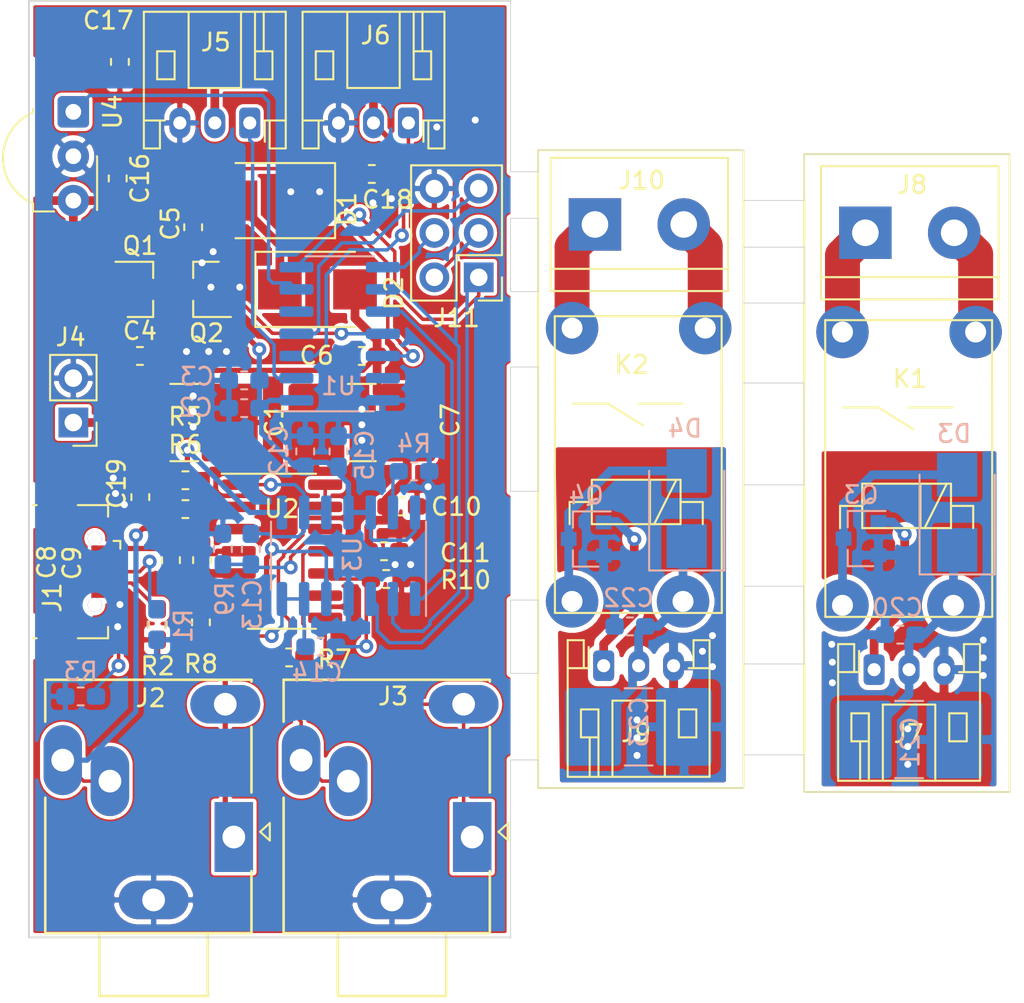
<source format=kicad_pcb>
(kicad_pcb (version 20171130) (host pcbnew "(5.1.2)-1")
  (layers (0 F.Cu signal) (31 B.Cu signal) (34 B.Paste user) (35 F.Paste user hide) (36 B.SilkS user) (37 F.SilkS user) (38 B.Mask user) (39 F.Mask user) (44 Edge.Cuts user))
  (net 0 "")
  (net 1 GND)
  (net 2 +5V)
  (net 3 "Net-(C5-Pad2)")
  (net 4 "Net-(C5-Pad1)")
  (net 5 -5V)
  (net 6 "Net-(J1-Pad2)")
  (net 7 "Net-(J1-Pad4)")
  (net 8 "Net-(J1-Pad3)")
  (net 9 "Net-(J2-PadT)")
  (net 10 "Net-(J2-PadS)")
  (net 11 SW_HI)
  (net 12 SW_LO)
  (net 13 "Net-(U1-Pad13)")
  (net 14 "Net-(U1-Pad5)")
  (net 15 "Net-(C13-Pad2)")
  (net 16 "Net-(C13-Pad1)")
  (net 17 "Net-(C14-Pad2)")
  (net 18 "Net-(C14-Pad1)")
  (net 19 "Net-(J3-PadT)")
  (net 20 "Net-(J3-PadS)")
  (net 21 "Net-(R4-Pad1)")
  (net 22 "Net-(R5-Pad1)")
  (net 23 "Net-(R7-Pad1)")
  (net 24 CS)
  (net 25 SCL)
  (net 26 MOSI)
  (net 27 Ext1)
  (net 28 Ext2)
  (net 29 rc5)
  (net 30 +5VA)
  (net 31 GNDA)
  (net 32 "Net-(D3-Pad2)")
  (net 33 "Net-(J7-Pad1)")
  (net 34 "Net-(J8-Pad2)")
  (net 35 "Net-(J8-Pad1)")
  (net 36 "Net-(D4-Pad2)")
  (net 37 "Net-(J9-Pad1)")
  (net 38 "Net-(J10-Pad2)")
  (net 39 "Net-(J10-Pad1)")
  (net 40 +5VD)
  (net 41 GNDD)
  (net 42 MISO)
  (net 43 rst)
  (module Connector_PinHeader_2.54mm:PinHeader_2x03_P2.54mm_Vertical (layer F.Cu) (at 48.6 160.6 180)
    (fp_text reference J11 (at 1.27 -2.33) (layer F.SilkS))
    (fp_text value AVR-ISP-6)
    (pad 6 thru_hole oval (at 2.54 5.08 180) (size 1.7 1.7) (drill 1) (layers *.Cu *.Mask) (net 1 GND))
    (pad 5 thru_hole oval (at 0 5.08 180) (size 1.7 1.7) (drill 1) (layers *.Cu *.Mask) (net 43 rst))
    (pad 4 thru_hole oval (at 2.54 2.54 180) (size 1.7 1.7) (drill 1) (layers *.Cu *.Mask) (net 42 MISO))
    (pad 3 thru_hole oval (at 0 2.54 180) (size 1.7 1.7) (drill 1) (layers *.Cu *.Mask) (net 25 SCL))
    (pad 2 thru_hole oval (at 2.54 0 180) (size 1.7 1.7) (drill 1) (layers *.Cu *.Mask) (net 2 +5V))
    (pad 1 thru_hole rect (at 0 0 180) (size 1.7 1.7) (drill 1) (layers *.Cu *.Mask) (net 26 MOSI))
  )
  (module custom:JV_05_relai (layer F.Cu) (at 78.225 180.3 90)
    (fp_text reference K1 (at 13.9 -4.95) (layer F.SilkS))
    (fp_text value DIPxx-1Axx-11x)
    (pad 3 thru_hole circle (at 16.57 -8.81 90) (size 3 3) (drill 1.2) (layers *.Cu *.Mask) (net 35 "Net-(J8-Pad1)"))
    (pad 4 thru_hole circle (at 16.57 -1.19 90) (size 3 3) (drill 1.2) (layers *.Cu *.Mask) (net 34 "Net-(J8-Pad2)"))
    (pad 2 thru_hole circle (at 0.93 -2.46 90) (size 3 3) (drill 1.2) (layers *.Cu *.Mask) (net 40 +5VD))
    (pad 1 thru_hole circle (at 0.93 -8.81 90) (size 3 3) (drill 1.2) (layers *.Cu *.Mask) (net 32 "Net-(D3-Pad2)"))
  )
  (module custom:JV_05_relai (layer F.Cu) (at 62.75 180.075 90)
    (fp_text reference K2 (at 14.475 -5.4) (layer F.SilkS))
    (fp_text value DIPxx-1Axx-11x)
    (pad 1 thru_hole circle (at 0.93 -8.81 90) (size 3 3) (drill 1.2) (layers *.Cu *.Mask) (net 36 "Net-(D4-Pad2)"))
    (pad 2 thru_hole circle (at 0.93 -2.46 90) (size 3 3) (drill 1.2) (layers *.Cu *.Mask) (net 30 +5VA))
    (pad 4 thru_hole circle (at 16.57 -1.19 90) (size 3 3) (drill 1.2) (layers *.Cu *.Mask) (net 38 "Net-(J10-Pad2)"))
    (pad 3 thru_hole circle (at 16.57 -8.81 90) (size 3 3) (drill 1.2) (layers *.Cu *.Mask) (net 39 "Net-(J10-Pad1)"))
  )
  (module "custom:IRLML6244_SOT-23 - Kopie" (layer B.Cu) (at 54.75 175.575 180)
    (fp_text reference Q4 (at 0 2.5) (layer B.SilkS) (effects (justify mirror)))
    (fp_text value Q_NMOS_IRLML6244)
    (pad 1 smd rect (at 1 0 180) (size 0.9 0.8) (layers B.Cu B.Paste B.Mask) (net 36 "Net-(D4-Pad2)"))
    (pad 2 smd rect (at -1 -0.95 180) (size 0.9 0.8) (layers B.Cu B.Paste B.Mask) (net 31 GNDA))
    (pad 3 smd rect (at -1 0.95 180) (size 0.9 0.8) (layers B.Cu B.Paste B.Mask) (net 37 "Net-(J9-Pad1)"))
  )
  (module "custom:IRLML6244_SOT-23 - Kopie" (layer B.Cu) (at 70.475 175.55 180)
    (fp_text reference Q3 (at 0 2.5) (layer B.SilkS) (effects (justify mirror)))
    (fp_text value Q_NMOS_IRLML6244)
    (pad 3 smd rect (at -1 0.95 180) (size 0.9 0.8) (layers B.Cu B.Paste B.Mask) (net 33 "Net-(J7-Pad1)"))
    (pad 2 smd rect (at -1 -0.95 180) (size 0.9 0.8) (layers B.Cu B.Paste B.Mask) (net 41 GNDD))
    (pad 1 smd rect (at 1 0 180) (size 0.9 0.8) (layers B.Cu B.Paste B.Mask) (net 32 "Net-(D3-Pad2)"))
  )
  (module TerminalBlock:TerminalBlock_bornier-2_P5.08mm (layer F.Cu) (at 55.25 157.575)
    (fp_text reference J10 (at 2.675 -2.525) (layer F.SilkS))
    (fp_text value Screw_Terminal_01x02)
    (pad 1 thru_hole rect (at 0 0) (size 3 3) (drill 1.52) (layers *.Cu *.Mask) (net 39 "Net-(J10-Pad1)"))
    (pad 2 thru_hole circle (at 5.08 0) (size 3 3) (drill 1.52) (layers *.Cu *.Mask) (net 38 "Net-(J10-Pad2)"))
  )
  (module Connector_JST:JST_PH_S3B-PH-K_1x03_P2.00mm_Horizontal (layer F.Cu) (at 55.75 182.825)
    (fp_text reference J9 (at 1.85 3.85) (layer F.SilkS))
    (fp_text value Conn_01x03_Male)
    (pad 1 thru_hole roundrect (at 0 0) (size 1.2 1.75) (drill 0.75) (layers *.Cu *.Mask) (roundrect_rratio 0.208333) (net 37 "Net-(J9-Pad1)"))
    (pad 2 thru_hole oval (at 2 0) (size 1.2 1.75) (drill 0.75) (layers *.Cu *.Mask) (net 30 +5VA))
    (pad 3 thru_hole oval (at 4 0) (size 1.2 1.75) (drill 0.75) (layers *.Cu *.Mask) (net 31 GNDA))
  )
  (module TerminalBlock:TerminalBlock_bornier-2_P5.08mm (layer F.Cu) (at 70.725 158.05)
    (fp_text reference J8 (at 2.675 -2.75) (layer F.SilkS))
    (fp_text value Screw_Terminal_01x02)
    (pad 2 thru_hole circle (at 5.08 0) (size 3 3) (drill 1.52) (layers *.Cu *.Mask) (net 34 "Net-(J8-Pad2)"))
    (pad 1 thru_hole rect (at 0 0) (size 3 3) (drill 1.52) (layers *.Cu *.Mask) (net 35 "Net-(J8-Pad1)"))
  )
  (module Connector_JST:JST_PH_S3B-PH-K_1x03_P2.00mm_Horizontal (layer F.Cu) (at 71.225 183.05)
    (fp_text reference J7 (at 1.975 3.675) (layer F.SilkS))
    (fp_text value Conn_01x03_Male)
    (pad 3 thru_hole oval (at 4 0) (size 1.2 1.75) (drill 0.75) (layers *.Cu *.Mask) (net 41 GNDD))
    (pad 2 thru_hole oval (at 2 0) (size 1.2 1.75) (drill 0.75) (layers *.Cu *.Mask) (net 40 +5VD))
    (pad 1 thru_hole roundrect (at 0 0) (size 1.2 1.75) (drill 0.75) (layers *.Cu *.Mask) (roundrect_rratio 0.208333) (net 33 "Net-(J7-Pad1)"))
  )
  (module Diode_SMD:D_SMB (layer B.Cu) (at 60.5 173.825 90)
    (fp_text reference D4 (at 4.575 -0.1) (layer B.SilkS) (effects (justify mirror)))
    (fp_text value B240)
    (pad 1 smd rect (at -2.15 0 90) (size 2.5 2.3) (layers B.Cu B.Paste B.Mask) (net 30 +5VA))
    (pad 2 smd rect (at 2.15 0 90) (size 2.5 2.3) (layers B.Cu B.Paste B.Mask) (net 36 "Net-(D4-Pad2)"))
  )
  (module Diode_SMD:D_SMB (layer B.Cu) (at 75.975 174.05 90)
    (fp_text reference D3 (at 4.5 -0.175) (layer B.SilkS) (effects (justify mirror)))
    (fp_text value B240)
    (pad 2 smd rect (at 2.15 0 90) (size 2.5 2.3) (layers B.Cu B.Paste B.Mask) (net 32 "Net-(D3-Pad2)"))
    (pad 1 smd rect (at -2.15 0 90) (size 2.5 2.3) (layers B.Cu B.Paste B.Mask) (net 40 +5VD))
  )
  (module Capacitor_SMD:C_2816_7142Metric_Pad3.20x4.45mm_HandSolder (layer B.Cu) (at 57.75 186.325 180)
    (fp_text reference C23 (at -0.025 0.275 90) (layer B.SilkS) (effects (justify mirror)))
    (fp_text value 680µF)
    (pad 1 smd roundrect (at -2.6 0 180) (size 3.2 4.45) (layers B.Cu B.Paste B.Mask) (roundrect_rratio 0.078125) (net 31 GNDA))
    (pad 2 smd roundrect (at 2.6 0 180) (size 3.2 4.45) (layers B.Cu B.Paste B.Mask) (roundrect_rratio 0.078125) (net 30 +5VA))
  )
  (module Capacitor_SMD:C_0603_1608Metric_Pad1.05x0.95mm_HandSolder (layer B.Cu) (at 57.25 180.575)
    (fp_text reference C22 (at -0.075 -1.625) (layer B.SilkS) (effects (justify mirror)))
    (fp_text value 10µ)
    (pad 1 smd roundrect (at -0.875 0) (size 1.05 0.95) (layers B.Cu B.Paste B.Mask) (net 31 GNDA))
    (pad 2 smd roundrect (at 0.875 0) (size 1.05 0.95) (layers B.Cu B.Paste B.Mask) (net 30 +5VA))
  )
  (module Capacitor_SMD:C_2816_7142Metric_Pad3.20x4.45mm_HandSolder (layer B.Cu) (at 73.225 187.05 180)
    (fp_text reference C21 (at -0.075 -0.15 90) (layer B.SilkS) (effects (justify mirror)))
    (fp_text value 680µF)
    (pad 2 smd roundrect (at 2.6 0 180) (size 3.2 4.45) (layers B.Cu B.Paste B.Mask) (roundrect_rratio 0.078125) (net 40 +5VD))
    (pad 1 smd roundrect (at -2.6 0 180) (size 3.2 4.45) (layers B.Cu B.Paste B.Mask) (roundrect_rratio 0.078125) (net 41 GNDD))
  )
  (module Capacitor_SMD:C_0603_1608Metric_Pad1.05x0.95mm_HandSolder (layer B.Cu) (at 72.725 181.05)
    (fp_text reference C20 (at -0.15 -1.55) (layer B.SilkS) (effects (justify mirror)))
    (fp_text value 10µ)
    (pad 2 smd roundrect (at 0.875 0) (size 1.05 0.95) (layers B.Cu B.Paste B.Mask) (net 40 +5VD))
    (pad 1 smd roundrect (at -0.875 0) (size 1.05 0.95) (layers B.Cu B.Paste B.Mask) (net 41 GNDD))
  )
  (module custom:USB_Micro-B_GCT_USB3076-30-A (layer F.Cu) (at 25.6794 177.4444 270)
    (fp_text reference J1 (at 1.4806 1.4794 90) (layer F.SilkS))
    (fp_text value USB_B_Mini)
    (pad "" thru_hole circle (at 1.9 -0.95 270) (size 0.8 0.8) (drill 0.8) (layers *.Cu *.Mask))
    (pad "" thru_hole circle (at -1.9 -0.95 270) (size 0.8 0.8) (drill 0.8) (layers *.Cu *.Mask))
    (pad 6 smd rect (at 3.7 1.2 270) (size 2.3 1.9) (layers F.Cu F.Paste F.Mask) (net 1 GND))
    (pad 2 smd rect (at -0.65 -1.45 270) (size 0.4 1.4) (layers F.Cu F.Paste F.Mask) (net 6 "Net-(J1-Pad2)"))
    (pad 1 smd rect (at -1.3 -1.45 270) (size 0.4 1.4) (layers F.Cu F.Paste F.Mask) (net 2 +5V))
    (pad 5 smd rect (at 1.3 -1.45 270) (size 0.4 1.4) (layers F.Cu F.Paste F.Mask) (net 1 GND))
    (pad 4 smd rect (at 0.65 -1.45 270) (size 0.4 1.4) (layers F.Cu F.Paste F.Mask) (net 7 "Net-(J1-Pad4)"))
    (pad 3 smd rect (at 0 -1.45 270) (size 0.4 1.4) (layers F.Cu F.Paste F.Mask) (net 8 "Net-(J1-Pad3)"))
    (pad 6 smd rect (at -3.8 1.2 270) (size 2.3 1.9) (layers F.Cu F.Paste F.Mask) (net 1 GND))
  )
  (module custom:Jack_3.5mm_Horizontal (layer F.Cu) (at 48.2346 192.3288 90)
    (fp_text reference J3 (at 7.7538 -4.5346 180) (layer F.SilkS))
    (fp_text value AudioJack2_Ground_Switch)
    (pad T thru_hole rect (at -0.3 -0.01 90) (size 4 2.2) (drill 1.3) (layers *.Cu *.Mask) (net 19 "Net-(J3-PadT)"))
    (pad TN thru_hole oval (at 7.3 -0.5 180) (size 4 2.2) (drill 1.3) (layers *.Cu *.Mask) (net 19 "Net-(J3-PadT)"))
    (pad SN thru_hole oval (at 2.9 -7.1 90) (size 4 2.2) (drill 1.3) (layers *.Cu *.Mask) (net 20 "Net-(J3-PadS)"))
    (pad S thru_hole oval (at 4.1 -9.8 90) (size 4 2.2) (drill 1.3) (layers *.Cu *.Mask) (net 20 "Net-(J3-PadS)"))
    (pad G thru_hole oval (at -3.9 -4.6 90) (size 2.2 4) (drill 1.3) (layers *.Cu *.Mask) (net 1 GND))
  )
  (module Capacitor_SMD:C_0603_1608Metric_Pad1.05x0.95mm_HandSolder (layer F.Cu) (at 29.2354 173.1772 270)
    (fp_text reference C19 (at -0.7772 1.3604 90) (layer F.SilkS))
    (fp_text value 10µ)
    (pad 2 smd roundrect (at 0.875 0 270) (size 1.05 0.95) (layers F.Cu F.Paste F.Mask) (net 1 GND))
    (pad 1 smd roundrect (at -0.875 0 270) (size 1.05 0.95) (layers F.Cu F.Paste F.Mask) (net 5 -5V))
  )
  (module Package_SO:SOIC-14_3.9x8.7mm_P1.27mm (layer B.Cu) (at 41.148 176.53 90)
    (fp_text reference U3 (at 0.08 0.227 270) (layer B.SilkS) (effects (justify mirror)))
    (fp_text value MCP42010)
    (pad 1 smd roundrect (at -2.475 3.81 90) (size 1.95 0.6) (layers B.Cu B.Paste B.Mask) (net 24 CS))
    (pad 2 smd roundrect (at -2.475 2.54 90) (size 1.95 0.6) (layers B.Cu B.Paste B.Mask) (net 25 SCL))
    (pad 3 smd roundrect (at -2.475 1.27 90) (size 1.95 0.6) (layers B.Cu B.Paste B.Mask) (net 26 MOSI))
    (pad 4 smd roundrect (at -2.475 0 90) (size 1.95 0.6) (layers B.Cu B.Paste B.Mask) (net 1 GND))
    (pad 5 smd roundrect (at -2.475 -1.27 90) (size 1.95 0.6) (layers B.Cu B.Paste B.Mask) (net 23 "Net-(R7-Pad1)"))
    (pad 6 smd roundrect (at -2.475 -2.54 90) (size 1.95 0.6) (layers B.Cu B.Paste B.Mask) (net 17 "Net-(C14-Pad2)"))
    (pad 7 smd roundrect (at -2.475 -3.81 90) (size 1.95 0.6) (layers B.Cu B.Paste B.Mask) (net 17 "Net-(C14-Pad2)"))
    (pad 8 smd roundrect (at 2.475 -3.81 90) (size 1.95 0.6) (layers B.Cu B.Paste B.Mask) (net 22 "Net-(R5-Pad1)"))
    (pad 9 smd roundrect (at 2.475 -2.54 90) (size 1.95 0.6) (layers B.Cu B.Paste B.Mask) (net 16 "Net-(C13-Pad1)"))
    (pad 10 smd roundrect (at 2.475 -1.27 90) (size 1.95 0.6) (layers B.Cu B.Paste B.Mask) (net 16 "Net-(C13-Pad1)"))
    (pad 11 smd roundrect (at 2.475 0 90) (size 1.95 0.6) (layers B.Cu B.Paste B.Mask) (net 2 +5V))
    (pad 12 smd roundrect (at 2.475 1.27 90) (size 1.95 0.6) (layers B.Cu B.Paste B.Mask) (net 2 +5V))
    (pad 13 smd roundrect (at 2.475 2.54 90) (size 1.95 0.6) (layers B.Cu B.Paste B.Mask) (net 21 "Net-(R4-Pad1)"))
    (pad 14 smd roundrect (at 2.475 3.81 90) (size 1.95 0.6) (layers B.Cu B.Paste B.Mask) (net 2 +5V))
  )
  (module Connector_JST:JST_PH_S3B-PH-K_1x03_P2.00mm_Horizontal (layer F.Cu) (at 44.577 151.765 180)
    (fp_text reference J6 (at 1.877 5.015) (layer F.SilkS))
    (fp_text value Conn_01x03_Male)
    (pad 3 thru_hole oval (at 4 0 180) (size 1.2 1.75) (drill 0.75) (layers *.Cu *.Mask) (net 1 GND))
    (pad 2 thru_hole oval (at 2 0 180) (size 1.2 1.75) (drill 0.75) (layers *.Cu *.Mask) (net 2 +5V))
    (pad 1 thru_hole roundrect (at 0 0 180) (size 1.2 1.75) (drill 0.75) (layers *.Cu *.Mask) (roundrect_rratio 0.208333) (net 28 Ext2))
  )
  (module Connector_JST:JST_PH_S3B-PH-K_1x03_P2.00mm_Horizontal (layer F.Cu) (at 35.4965 151.765 180)
    (fp_text reference J5 (at 1.9465 4.615) (layer F.SilkS))
    (fp_text value Conn_01x03_Male)
    (pad 3 thru_hole oval (at 4 0 180) (size 1.2 1.75) (drill 0.75) (layers *.Cu *.Mask) (net 1 GND))
    (pad 2 thru_hole oval (at 2 0 180) (size 1.2 1.75) (drill 0.75) (layers *.Cu *.Mask) (net 2 +5V))
    (pad 1 thru_hole roundrect (at 0 0 180) (size 1.2 1.75) (drill 0.75) (layers *.Cu *.Mask) (roundrect_rratio 0.208333) (net 27 Ext1))
  )
  (module Connector_PinHeader_2.54mm:PinHeader_1x02_P2.54mm_Vertical (layer F.Cu) (at 25.4 168.91 180)
    (fp_text reference J4 (at 0.15 4.885) (layer F.SilkS))
    (fp_text value Conn_01x02)
    (pad 2 thru_hole oval (at 0 2.54 180) (size 1.7 1.7) (drill 1) (layers *.Cu *.Mask) (net 1 GND))
    (pad 1 thru_hole rect (at 0 0 180) (size 1.7 1.7) (drill 1) (layers *.Cu *.Mask) (net 2 +5V))
  )
  (module Capacitor_SMD:C_0603_1608Metric_Pad1.05x0.95mm_HandSolder (layer F.Cu) (at 42.4815 154.686)
    (fp_text reference C18 (at 0.8935 1.464) (layer F.SilkS))
    (fp_text value 10µ)
    (pad 2 smd roundrect (at 0.875 0) (size 1.05 0.95) (layers F.Cu F.Paste F.Mask) (net 2 +5V))
    (pad 1 smd roundrect (at -0.875 0) (size 1.05 0.95) (layers F.Cu F.Paste F.Mask) (net 1 GND))
  )
  (module Capacitor_SMD:C_0603_1608Metric_Pad1.05x0.95mm_HandSolder (layer F.Cu) (at 28.067 148.2725 90)
    (fp_text reference C17 (at 2.3725 -0.667 180) (layer F.SilkS))
    (fp_text value 10µ)
    (pad 2 smd roundrect (at 0.875 0 90) (size 1.05 0.95) (layers F.Cu F.Paste F.Mask) (net 2 +5V))
    (pad 1 smd roundrect (at -0.875 0 90) (size 1.05 0.95) (layers F.Cu F.Paste F.Mask) (net 1 GND))
  )
  (module Capacitor_SMD:C_0603_1608Metric_Pad1.05x0.95mm_HandSolder (layer F.Cu) (at 27.94 154.94 90)
    (fp_text reference C16 (at 0 1.27 90) (layer F.SilkS))
    (fp_text value 10µ)
    (pad 2 smd roundrect (at 0.875 0 90) (size 1.05 0.95) (layers F.Cu F.Paste F.Mask) (net 1 GND))
    (pad 1 smd roundrect (at -0.875 0 90) (size 1.05 0.95) (layers F.Cu F.Paste F.Mask) (net 2 +5V))
  )
  (module OptoDevice:Vishay_MOLD-3Pin (layer F.Cu) (at 25.4 151.13 270)
    (fp_text reference U4 (at 0 -2.25 270) (layer F.SilkS))
    (fp_text value TSDP341xx)
    (pad 3 thru_hole circle (at 5.08 0 270) (size 1.8 1.8) (drill 0.9) (layers *.Cu *.Mask) (net 2 +5V))
    (pad 2 thru_hole circle (at 2.54 0 270) (size 1.8 1.8) (drill 0.9) (layers *.Cu *.Mask) (net 1 GND))
    (pad 1 thru_hole roundrect (at 0 0 270) (size 1.8 1.8) (drill 0.9) (layers *.Cu *.Mask) (roundrect_rratio 0.138) (net 29 rc5))
  )
  (module Resistor_SMD:R_0603_1608Metric_Pad1.05x0.95mm_HandSolder (layer F.Cu) (at 43.307 177.8635 180)
    (fp_text reference R10 (at -4.543 -0.0615) (layer F.SilkS))
    (fp_text value 100k)
    (pad 2 smd roundrect (at 0.875 0 180) (size 1.05 0.95) (layers F.Cu F.Paste F.Mask) (net 18 "Net-(C14-Pad1)"))
    (pad 1 smd roundrect (at -0.875 0 180) (size 1.05 0.95) (layers F.Cu F.Paste F.Mask) (net 1 GND))
  )
  (module Resistor_SMD:R_0603_1608Metric_Pad1.05x0.95mm_HandSolder (layer B.Cu) (at 33.9598 176.149 270)
    (fp_text reference R9 (at 2.851 -0.1152 270) (layer B.SilkS) (effects (justify mirror)))
    (fp_text value 100k)
    (pad 2 smd roundrect (at 0.875 0 270) (size 1.05 0.95) (layers B.Cu B.Paste B.Mask) (net 15 "Net-(C13-Pad2)"))
    (pad 1 smd roundrect (at -0.875 0 270) (size 1.05 0.95) (layers B.Cu B.Paste B.Mask) (net 1 GND))
  )
  (module Resistor_SMD:R_0603_1608Metric_Pad1.05x0.95mm_HandSolder (layer F.Cu) (at 32.7025 180.34 270)
    (fp_text reference R8 (at 2.385 0.0025 180) (layer F.SilkS))
    (fp_text value 10k)
    (pad 2 smd roundrect (at 0.875 0 270) (size 1.05 0.95) (layers F.Cu F.Paste F.Mask) (net 9 "Net-(J2-PadT)"))
    (pad 1 smd roundrect (at -0.875 0 270) (size 1.05 0.95) (layers F.Cu F.Paste F.Mask) (net 23 "Net-(R7-Pad1)"))
  )
  (module Resistor_SMD:R_0603_1608Metric_Pad1.05x0.95mm_HandSolder (layer F.Cu) (at 37.75 182.35)
    (fp_text reference R7 (at 2.6054 0.103) (layer F.SilkS))
    (fp_text value 10k)
    (pad 2 smd roundrect (at 0.875 0) (size 1.05 0.95) (layers F.Cu F.Paste F.Mask) (net 5 -5V))
    (pad 1 smd roundrect (at -0.875 0) (size 1.05 0.95) (layers F.Cu F.Paste F.Mask) (net 23 "Net-(R7-Pad1)"))
  )
  (module Resistor_SMD:R_0603_1608Metric_Pad1.05x0.95mm_HandSolder (layer F.Cu) (at 31.8135 173.863 180)
    (fp_text reference R6 (at 0 3.688) (layer F.SilkS))
    (fp_text value 10k)
    (pad 2 smd roundrect (at 0.875 0 180) (size 1.05 0.95) (layers F.Cu F.Paste F.Mask) (net 10 "Net-(J2-PadS)"))
    (pad 1 smd roundrect (at -0.875 0 180) (size 1.05 0.95) (layers F.Cu F.Paste F.Mask) (net 22 "Net-(R5-Pad1)"))
  )
  (module Resistor_SMD:R_0603_1608Metric_Pad1.05x0.95mm_HandSolder (layer F.Cu) (at 31.8135 172.212 180)
    (fp_text reference R5 (at 0 3.637) (layer F.SilkS))
    (fp_text value 10k)
    (pad 2 smd roundrect (at 0.875 0 180) (size 1.05 0.95) (layers F.Cu F.Paste F.Mask) (net 5 -5V))
    (pad 1 smd roundrect (at -0.875 0 180) (size 1.05 0.95) (layers F.Cu F.Paste F.Mask) (net 22 "Net-(R5-Pad1)"))
  )
  (module Resistor_SMD:R_0603_1608Metric_Pad1.05x0.95mm_HandSolder (layer B.Cu) (at 44.8945 171.704)
    (fp_text reference R4 (at 0.0055 -1.579) (layer B.SilkS) (effects (justify mirror)))
    (fp_text value 10k)
    (pad 2 smd roundrect (at 0.875 0) (size 1.05 0.95) (layers B.Cu B.Paste B.Mask) (net 1 GND))
    (pad 1 smd roundrect (at -0.875 0) (size 1.05 0.95) (layers B.Cu B.Paste B.Mask) (net 21 "Net-(R4-Pad1)"))
  )
  (module Capacitor_SMD:C_0603_1608Metric_Pad1.05x0.95mm_HandSolder (layer B.Cu) (at 40.5765 170.561 90)
    (fp_text reference C15 (at -0.214 1.4985 90) (layer B.SilkS) (effects (justify mirror)))
    (fp_text value 470n)
    (pad 2 smd roundrect (at 0.875 0 90) (size 1.05 0.95) (layers B.Cu B.Paste B.Mask) (net 1 GND))
    (pad 1 smd roundrect (at -0.875 0 90) (size 1.05 0.95) (layers B.Cu B.Paste B.Mask) (net 2 +5V))
  )
  (module Capacitor_SMD:C_0603_1608Metric_Pad1.05x0.95mm_HandSolder (layer B.Cu) (at 39.5605 181.737 180)
    (fp_text reference C14 (at 0.2105 -1.488) (layer B.SilkS) (effects (justify mirror)))
    (fp_text value 10µ)
    (pad 2 smd roundrect (at 0.875 0 180) (size 1.05 0.95) (layers B.Cu B.Paste B.Mask) (net 17 "Net-(C14-Pad2)"))
    (pad 1 smd roundrect (at -0.875 0 180) (size 1.05 0.95) (layers B.Cu B.Paste B.Mask) (net 18 "Net-(C14-Pad1)"))
  )
  (module Capacitor_SMD:C_0603_1608Metric_Pad1.05x0.95mm_HandSolder (layer B.Cu) (at 35.56 176.149 270)
    (fp_text reference C13 (at 3.176 -0.09 270) (layer B.SilkS) (effects (justify mirror)))
    (fp_text value 10µ)
    (pad 2 smd roundrect (at 0.875 0 270) (size 1.05 0.95) (layers B.Cu B.Paste B.Mask) (net 15 "Net-(C13-Pad2)"))
    (pad 1 smd roundrect (at -0.875 0 270) (size 1.05 0.95) (layers B.Cu B.Paste B.Mask) (net 16 "Net-(C13-Pad1)"))
  )
  (module Capacitor_SMD:C_0603_1608Metric_Pad1.05x0.95mm_HandSolder (layer B.Cu) (at 38.6715 170.561 90)
    (fp_text reference C12 (at 0.061 -1.5215 90) (layer B.SilkS) (effects (justify mirror)))
    (fp_text value 10µ)
    (pad 2 smd roundrect (at 0.875 0 90) (size 1.05 0.95) (layers B.Cu B.Paste B.Mask) (net 1 GND))
    (pad 1 smd roundrect (at -0.875 0 90) (size 1.05 0.95) (layers B.Cu B.Paste B.Mask) (net 2 +5V))
  )
  (module Capacitor_SMD:C_0603_1608Metric_Pad1.05x0.95mm_HandSolder (layer F.Cu) (at 43.18 176.276)
    (fp_text reference C11 (at 4.645 0.099) (layer F.SilkS))
    (fp_text value 470n)
    (pad 2 smd roundrect (at 0.875 0) (size 1.05 0.95) (layers F.Cu F.Paste F.Mask) (net 1 GND))
    (pad 1 smd roundrect (at -0.875 0) (size 1.05 0.95) (layers F.Cu F.Paste F.Mask) (net 5 -5V))
  )
  (module Capacitor_SMD:C_0603_1608Metric_Pad1.05x0.95mm_HandSolder (layer F.Cu) (at 44.196 173.7106)
    (fp_text reference C10 (at 3.129 0.0144) (layer F.SilkS))
    (fp_text value 10µ)
    (pad 2 smd roundrect (at 0.875 0) (size 1.05 0.95) (layers F.Cu F.Paste F.Mask) (net 1 GND))
    (pad 1 smd roundrect (at -0.875 0) (size 1.05 0.95) (layers F.Cu F.Paste F.Mask) (net 5 -5V))
  )
  (module Capacitor_SMD:C_0603_1608Metric_Pad1.05x0.95mm_HandSolder (layer F.Cu) (at 32.766 176.784 270)
    (fp_text reference C9 (at 0.166 7.441 270) (layer F.SilkS))
    (fp_text value 470n)
    (pad 2 smd roundrect (at 0.875 0 270) (size 1.05 0.95) (layers F.Cu F.Paste F.Mask) (net 1 GND))
    (pad 1 smd roundrect (at -0.875 0 270) (size 1.05 0.95) (layers F.Cu F.Paste F.Mask) (net 2 +5V))
  )
  (module Capacitor_SMD:C_0603_1608Metric_Pad1.05x0.95mm_HandSolder (layer F.Cu) (at 30.988 176.784 270)
    (fp_text reference C8 (at 0.116 7.113 90) (layer F.SilkS))
    (fp_text value 10µ)
    (pad 2 smd roundrect (at 0.875 0 270) (size 1.05 0.95) (layers F.Cu F.Paste F.Mask) (net 1 GND))
    (pad 1 smd roundrect (at -0.875 0 270) (size 1.05 0.95) (layers F.Cu F.Paste F.Mask) (net 2 +5V))
  )
  (module Package_SO:SOIC-14_3.9x8.7mm_P1.27mm (layer F.Cu) (at 37.338 176.276)
    (fp_text reference U2 (at -0.013 -2.426) (layer F.SilkS))
    (fp_text value TL084)
    (pad 14 smd roundrect (at 2.475 -3.81) (size 1.95 0.6) (layers F.Cu F.Paste F.Mask) (net 20 "Net-(J3-PadS)"))
    (pad 13 smd roundrect (at 2.475 -2.54) (size 1.95 0.6) (layers F.Cu F.Paste F.Mask) (net 20 "Net-(J3-PadS)"))
    (pad 12 smd roundrect (at 2.475 -1.27) (size 1.95 0.6) (layers F.Cu F.Paste F.Mask) (net 15 "Net-(C13-Pad2)"))
    (pad 11 smd roundrect (at 2.475 0) (size 1.95 0.6) (layers F.Cu F.Paste F.Mask) (net 5 -5V))
    (pad 10 smd roundrect (at 2.475 1.27) (size 1.95 0.6) (layers F.Cu F.Paste F.Mask) (net 18 "Net-(C14-Pad1)"))
    (pad 9 smd roundrect (at 2.475 2.54) (size 1.95 0.6) (layers F.Cu F.Paste F.Mask) (net 19 "Net-(J3-PadT)"))
    (pad 8 smd roundrect (at 2.475 3.81) (size 1.95 0.6) (layers F.Cu F.Paste F.Mask) (net 19 "Net-(J3-PadT)"))
    (pad 7 smd roundrect (at -2.475 3.81) (size 1.95 0.6) (layers F.Cu F.Paste F.Mask) (net 17 "Net-(C14-Pad2)"))
    (pad 6 smd roundrect (at -2.475 2.54) (size 1.95 0.6) (layers F.Cu F.Paste F.Mask) (net 23 "Net-(R7-Pad1)"))
    (pad 5 smd roundrect (at -2.475 1.27) (size 1.95 0.6) (layers F.Cu F.Paste F.Mask) (net 1 GND))
    (pad 4 smd roundrect (at -2.475 0) (size 1.95 0.6) (layers F.Cu F.Paste F.Mask) (net 2 +5V))
    (pad 3 smd roundrect (at -2.475 -1.27) (size 1.95 0.6) (layers F.Cu F.Paste F.Mask) (net 1 GND))
    (pad 2 smd roundrect (at -2.475 -2.54) (size 1.95 0.6) (layers F.Cu F.Paste F.Mask) (net 22 "Net-(R5-Pad1)"))
    (pad 1 smd roundrect (at -2.475 -3.81) (size 1.95 0.6) (layers F.Cu F.Paste F.Mask) (net 16 "Net-(C13-Pad1)"))
  )
  (module Package_SO:SOIC-14_3.9x8.7mm_P1.27mm (layer B.Cu) (at 40.64 163.83)
    (fp_text reference U1 (at -0.065 2.995) (layer B.SilkS) (effects (justify mirror)))
    (fp_text value ATtiny84A-SSU)
    (pad 14 smd roundrect (at 2.475 3.81) (size 1.95 0.6) (layers B.Cu B.Paste B.Mask) (net 1 GND))
    (pad 13 smd roundrect (at 2.475 2.54) (size 1.95 0.6) (layers B.Cu B.Paste B.Mask) (net 13 "Net-(U1-Pad13)"))
    (pad 12 smd roundrect (at 2.475 1.27) (size 1.95 0.6) (layers B.Cu B.Paste B.Mask) (net 11 SW_HI))
    (pad 11 smd roundrect (at 2.475 0) (size 1.95 0.6) (layers B.Cu B.Paste B.Mask) (net 12 SW_LO))
    (pad 10 smd roundrect (at 2.475 -1.27) (size 1.95 0.6) (layers B.Cu B.Paste B.Mask) (net 24 CS))
    (pad 9 smd roundrect (at 2.475 -2.54) (size 1.95 0.6) (layers B.Cu B.Paste B.Mask) (net 25 SCL))
    (pad 8 smd roundrect (at 2.475 -3.81) (size 1.95 0.6) (layers B.Cu B.Paste B.Mask) (net 42 MISO))
    (pad 7 smd roundrect (at -2.475 -3.81) (size 1.95 0.6) (layers B.Cu B.Paste B.Mask) (net 26 MOSI))
    (pad 6 smd roundrect (at -2.475 -2.54) (size 1.95 0.6) (layers B.Cu B.Paste B.Mask) (net 29 rc5))
    (pad 5 smd roundrect (at -2.475 -1.27) (size 1.95 0.6) (layers B.Cu B.Paste B.Mask) (net 14 "Net-(U1-Pad5)"))
    (pad 4 smd roundrect (at -2.475 0) (size 1.95 0.6) (layers B.Cu B.Paste B.Mask) (net 43 rst))
    (pad 3 smd roundrect (at -2.475 1.27) (size 1.95 0.6) (layers B.Cu B.Paste B.Mask) (net 28 Ext2))
    (pad 2 smd roundrect (at -2.475 2.54) (size 1.95 0.6) (layers B.Cu B.Paste B.Mask) (net 27 Ext1))
    (pad 1 smd roundrect (at -2.475 3.81) (size 1.95 0.6) (layers B.Cu B.Paste B.Mask) (net 2 +5V))
  )
  (module Resistor_SMD:R_0603_1608Metric_Pad1.05x0.95mm_HandSolder (layer B.Cu) (at 25.8204 184.5818 180)
    (fp_text reference R3 (at 0 1.43 180) (layer B.SilkS) (effects (justify mirror)))
    (fp_text value 10k)
    (pad 2 smd roundrect (at 0.875 0 180) (size 1.05 0.95) (layers B.Cu B.Paste B.Mask) (net 1 GND))
    (pad 1 smd roundrect (at -0.875 0 180) (size 1.05 0.95) (layers B.Cu B.Paste B.Mask) (net 6 "Net-(J1-Pad2)"))
  )
  (module Resistor_SMD:R_0603_1608Metric_Pad1.05x0.95mm_HandSolder (layer F.Cu) (at 30.226 180.467 270)
    (fp_text reference R2 (at 2.383 0.001 180) (layer F.SilkS))
    (fp_text value 10k)
    (pad 2 smd roundrect (at 0.875 0 270) (size 1.05 0.95) (layers F.Cu F.Paste F.Mask) (net 1 GND))
    (pad 1 smd roundrect (at -0.875 0 270) (size 1.05 0.95) (layers F.Cu F.Paste F.Mask) (net 7 "Net-(J1-Pad4)"))
  )
  (module Resistor_SMD:R_0603_1608Metric_Pad1.05x0.95mm_HandSolder (layer B.Cu) (at 30.1625 180.467 270)
    (fp_text reference R1 (at 0.083 -1.5375 90) (layer B.SilkS) (effects (justify mirror)))
    (fp_text value 10k)
    (pad 2 smd roundrect (at 0.875 0 270) (size 1.05 0.95) (layers B.Cu B.Paste B.Mask) (net 1 GND))
    (pad 1 smd roundrect (at -0.875 0 270) (size 1.05 0.95) (layers B.Cu B.Paste B.Mask) (net 8 "Net-(J1-Pad3)"))
  )
  (module "custom:IRLML6244_SOT-23 - Kopie" (layer F.Cu) (at 33.02 161.29 180)
    (fp_text reference Q2 (at 0 -2.5) (layer F.SilkS))
    (fp_text value Q_NMOS_IRLML6244)
    (pad 3 smd rect (at -1 -0.95 180) (size 0.9 0.8) (layers F.Cu F.Paste F.Mask) (net 12 SW_LO))
    (pad 2 smd rect (at -1 0.95 180) (size 0.9 0.8) (layers F.Cu F.Paste F.Mask) (net 1 GND))
    (pad 1 smd rect (at 1 0 180) (size 0.9 0.8) (layers F.Cu F.Paste F.Mask) (net 3 "Net-(C5-Pad2)"))
  )
  (module custom:AO3415A_SOT-23 (layer F.Cu) (at 29.21 161.29)
    (fp_text reference Q1 (at 0 -2.5) (layer F.SilkS))
    (fp_text value AO3415A)
    (pad 2 smd rect (at -1 -0.95) (size 0.9 0.8) (layers F.Cu F.Paste F.Mask) (net 11 SW_HI))
    (pad 3 smd rect (at -1 0.95) (size 0.9 0.8) (layers F.Cu F.Paste F.Mask) (net 2 +5V))
    (pad 1 smd rect (at 1 0) (size 0.9 0.8) (layers F.Cu F.Paste F.Mask) (net 3 "Net-(C5-Pad2)"))
  )
  (module custom:Jack_3.5mm_Horizontal (layer F.Cu) (at 34.5948 192.3288 90)
    (fp_text reference J2 (at 7.6538 -4.7698 180) (layer F.SilkS))
    (fp_text value AudioJack2_Ground_Switch)
    (pad T thru_hole rect (at -0.3 -0.01 90) (size 4 2.2) (drill 1.3) (layers *.Cu *.Mask) (net 9 "Net-(J2-PadT)"))
    (pad TN thru_hole oval (at 7.3 -0.5 180) (size 4 2.2) (drill 1.3) (layers *.Cu *.Mask) (net 9 "Net-(J2-PadT)"))
    (pad SN thru_hole oval (at 2.9 -7.1 90) (size 4 2.2) (drill 1.3) (layers *.Cu *.Mask) (net 10 "Net-(J2-PadS)"))
    (pad S thru_hole oval (at 4.1 -9.8 90) (size 4 2.2) (drill 1.3) (layers *.Cu *.Mask) (net 10 "Net-(J2-PadS)"))
    (pad G thru_hole oval (at -3.9 -4.6 90) (size 2.2 4) (drill 1.3) (layers *.Cu *.Mask) (net 1 GND))
  )
  (module Diode_SMD:D_SMB (layer F.Cu) (at 39.37 161.29)
    (fp_text reference D2 (at 4.38 0.21 90) (layer F.SilkS))
    (fp_text value B240)
    (pad 2 smd rect (at 2.15 0) (size 2.5 2.3) (layers F.Cu F.Paste F.Mask) (net 5 -5V))
    (pad 1 smd rect (at -2.15 0) (size 2.5 2.3) (layers F.Cu F.Paste F.Mask) (net 4 "Net-(C5-Pad1)"))
  )
  (module Diode_SMD:D_SMB (layer F.Cu) (at 36.83 156.21 180)
    (fp_text reference D1 (at -4.245 -0.49 90) (layer F.SilkS))
    (fp_text value B240)
    (pad 2 smd rect (at 2.15 0 180) (size 2.5 2.3) (layers F.Cu F.Paste F.Mask) (net 4 "Net-(C5-Pad1)"))
    (pad 1 smd rect (at -2.15 0 180) (size 2.5 2.3) (layers F.Cu F.Paste F.Mask) (net 1 GND))
  )
  (module Capacitor_SMD:C_2816_7142Metric_Pad3.20x4.45mm_HandSolder (layer F.Cu) (at 41.91 168.91)
    (fp_text reference C7 (at 5.065 -0.135 90) (layer F.SilkS))
    (fp_text value 680µF)
    (pad 2 smd roundrect (at 2.6 0) (size 3.2 4.45) (layers F.Cu F.Paste F.Mask) (roundrect_rratio 0.078125) (net 5 -5V))
    (pad 1 smd roundrect (at -2.6 0) (size 3.2 4.45) (layers F.Cu F.Paste F.Mask) (roundrect_rratio 0.078125) (net 1 GND))
  )
  (module Capacitor_SMD:C_0603_1608Metric_Pad1.05x0.95mm_HandSolder (layer F.Cu) (at 41.91 165.1)
    (fp_text reference C6 (at -2.585 -0.025) (layer F.SilkS))
    (fp_text value 10µ)
    (pad 2 smd roundrect (at 0.875 0) (size 1.05 0.95) (layers F.Cu F.Paste F.Mask) (net 5 -5V))
    (pad 1 smd roundrect (at -0.875 0) (size 1.05 0.95) (layers F.Cu F.Paste F.Mask) (net 1 GND))
  )
  (module Capacitor_SMD:C_0603_1608Metric_Pad1.05x0.95mm_HandSolder (layer F.Cu) (at 32.258 157.734 270)
    (fp_text reference C5 (at -0.209 1.308 90) (layer F.SilkS))
    (fp_text value 10µ)
    (pad 2 smd roundrect (at 0.875 0 270) (size 1.05 0.95) (layers F.Cu F.Paste F.Mask) (net 3 "Net-(C5-Pad2)"))
    (pad 1 smd roundrect (at -0.875 0 270) (size 1.05 0.95) (layers F.Cu F.Paste F.Mask) (net 4 "Net-(C5-Pad1)"))
  )
  (module Capacitor_SMD:C_0603_1608Metric_Pad1.05x0.95mm_HandSolder (layer F.Cu) (at 29.21 165.1)
    (fp_text reference C4 (at 0 -1.43) (layer F.SilkS))
    (fp_text value 10µ)
    (pad 2 smd roundrect (at 0.875 0) (size 1.05 0.95) (layers F.Cu F.Paste F.Mask) (net 1 GND))
    (pad 1 smd roundrect (at -0.875 0) (size 1.05 0.95) (layers F.Cu F.Paste F.Mask) (net 2 +5V))
  )
  (module Capacitor_SMD:C_0603_1608Metric_Pad1.05x0.95mm_HandSolder (layer B.Cu) (at 35.179 166.497 180)
    (fp_text reference C3 (at 2.704 0.222) (layer B.SilkS) (effects (justify mirror)))
    (fp_text value 470n)
    (pad 2 smd roundrect (at 0.875 0 180) (size 1.05 0.95) (layers B.Cu B.Paste B.Mask) (net 1 GND))
    (pad 1 smd roundrect (at -0.875 0 180) (size 1.05 0.95) (layers B.Cu B.Paste B.Mask) (net 2 +5V))
  )
  (module Capacitor_SMD:C_0603_1608Metric_Pad1.05x0.95mm_HandSolder (layer B.Cu) (at 35.179 168.0845 180)
    (fp_text reference C2 (at 2.779 0.0345) (layer B.SilkS) (effects (justify mirror)))
    (fp_text value 10µ)
    (pad 2 smd roundrect (at 0.875 0 180) (size 1.05 0.95) (layers B.Cu B.Paste B.Mask) (net 1 GND))
    (pad 1 smd roundrect (at -0.875 0 180) (size 1.05 0.95) (layers B.Cu B.Paste B.Mask) (net 2 +5V))
  )
  (module Capacitor_SMD:C_2816_7142Metric_Pad3.20x4.45mm_HandSolder (layer F.Cu) (at 31.75 168.91)
    (fp_text reference C1 (at 5.15 -0.135 90) (layer F.SilkS))
    (fp_text value 680µF)
    (pad 2 smd roundrect (at 2.6 0) (size 3.2 4.45) (layers F.Cu F.Paste F.Mask) (roundrect_rratio 0.078125) (net 1 GND))
    (pad 1 smd roundrect (at -2.6 0) (size 3.2 4.45) (layers F.Cu F.Paste F.Mask) (roundrect_rratio 0.078125) (net 2 +5V))
  )
  (gr_line (start 63.75 162.075) (end 63.75 158.875) (layer Edge.Cuts) (width 0.05))
  (gr_line (start 67.25 162.075) (end 63.75 162.075) (layer Edge.Cuts) (width 0.05))
  (gr_line (start 67.25 158.875) (end 67.25 162.075) (layer Edge.Cuts) (width 0.05))
  (gr_line (start 63.75 158.875) (end 67.25 158.875) (layer Edge.Cuts) (width 0.05))
  (gr_line (start 52 161.417) (end 52 157.226) (layer Edge.Cuts) (width 0.05))
  (gr_line (start 63.75 172.475) (end 63.7375 166.65) (layer Edge.Cuts) (width 0.05))
  (gr_line (start 67.225 172.475) (end 63.75 172.475) (layer Edge.Cuts) (width 0.05))
  (gr_line (start 67.2125 166.65) (end 67.225 172.475) (layer Edge.Cuts) (width 0.05))
  (gr_line (start 63.7375 166.65) (end 67.2125 166.65) (layer Edge.Cuts) (width 0.05))
  (gr_line (start 63.75 178.275) (end 63.75 182.725) (layer Edge.Cuts) (width 0.05))
  (gr_line (start 67.2 178.275) (end 63.75 178.275) (layer Edge.Cuts) (width 0.05))
  (gr_line (start 67.225 182.725) (end 67.2 178.275) (layer Edge.Cuts) (width 0.05))
  (gr_line (start 63.75 182.725) (end 67.225 182.725) (layer Edge.Cuts) (width 0.05))
  (gr_line (start 52 154.559) (end 52 153.325) (layer Edge.Cuts) (width 0.05))
  (gr_line (start 63.75 153.325) (end 52 153.325) (layer Edge.Cuts) (width 0.05))
  (gr_line (start 63.75 156.2) (end 63.75 153.325) (layer Edge.Cuts) (width 0.05))
  (gr_line (start 67.225 156.2) (end 63.75 156.2) (layer Edge.Cuts) (width 0.05))
  (gr_line (start 67.225 153.55) (end 67.225 156.2) (layer Edge.Cuts) (width 0.05))
  (gr_line (start 78.975 153.55) (end 67.225 153.55) (layer Edge.Cuts) (width 0.05))
  (gr_line (start 78.975 190.05) (end 78.975 153.55) (layer Edge.Cuts) (width 0.05))
  (gr_line (start 67.225 190.05) (end 78.975 190.05) (layer Edge.Cuts) (width 0.05))
  (gr_line (start 67.225 187.925) (end 67.225 190.05) (layer Edge.Cuts) (width 0.05))
  (gr_line (start 63.75 187.925) (end 67.225 187.925) (layer Edge.Cuts) (width 0.05))
  (gr_line (start 63.75 189.825) (end 63.75 187.925) (layer Edge.Cuts) (width 0.05))
  (gr_line (start 52 189.825) (end 63.75 189.825) (layer Edge.Cuts) (width 0.05))
  (gr_line (start 52 188.214) (end 52 189.825) (layer Edge.Cuts) (width 0.05))
  (gr_line (start 52 183.261) (end 52 179.07) (layer Edge.Cuts) (width 0.05))
  (gr_line (start 52 165.735) (end 52 172.847) (layer Edge.Cuts) (width 0.05))
  (gr_line (start 78.475 153.55) (end 78.975 153.55) (layer F.SilkS) (width 0.12))
  (gr_line (start 67.725 190.05) (end 67.475 190.05) (layer F.SilkS) (width 0.12))
  (gr_line (start 78.975 153.55) (end 78.975 190.05) (layer F.SilkS) (width 0.12))
  (gr_line (start 67.225 179.3) (end 67.225 153.55) (layer F.SilkS) (width 0.12))
  (gr_line (start 67.225 190.05) (end 67.225 179.3) (layer F.SilkS) (width 0.12))
  (gr_line (start 67.225 153.55) (end 78.475 153.55) (layer F.SilkS) (width 0.12))
  (gr_line (start 67.475 190.05) (end 67.225 190.05) (layer F.SilkS) (width 0.12))
  (gr_line (start 78.975 190.05) (end 67.725 190.05) (layer F.SilkS) (width 0.12))
  (gr_line (start 52 189.825) (end 52 179.075) (layer F.SilkS) (width 0.12))
  (gr_line (start 52.25 189.825) (end 52 189.825) (layer F.SilkS) (width 0.12))
  (gr_line (start 52.5 189.825) (end 52.25 189.825) (layer F.SilkS) (width 0.12))
  (gr_line (start 63.75 189.825) (end 52.5 189.825) (layer F.SilkS) (width 0.12))
  (gr_line (start 63.75 153.325) (end 63.75 189.825) (layer F.SilkS) (width 0.12))
  (gr_line (start 63.25 153.325) (end 63.75 153.325) (layer F.SilkS) (width 0.12))
  (gr_line (start 52 153.325) (end 63.25 153.325) (layer F.SilkS) (width 0.12))
  (gr_line (start 52 179.075) (end 52 153.325) (layer F.SilkS) (width 0.12))
  (gr_line (start 50.419 161.417) (end 52 161.417) (layer Edge.Cuts) (width 0.05))
  (gr_line (start 52 157.226) (end 50.419 157.226) (layer Edge.Cuts) (width 0.05))
  (gr_line (start 50.419 161.417) (end 50.419 157.226) (layer Edge.Cuts) (width 0.05))
  (gr_line (start 50.419 183.261) (end 50.419 179.07) (layer Edge.Cuts) (width 0.05))
  (gr_line (start 50.419 198.374) (end 50.419 188.214) (layer Edge.Cuts) (width 0.05))
  (gr_line (start 50.419 188.214) (end 52 188.214) (layer Edge.Cuts) (width 0.05))
  (gr_line (start 50.419 183.261) (end 52 183.261) (layer Edge.Cuts) (width 0.05))
  (gr_line (start 50.419 154.559) (end 50.419 144.78) (layer Edge.Cuts) (width 0.05))
  (gr_line (start 50.419 165.735) (end 52 165.735) (layer Edge.Cuts) (width 0.05))
  (gr_line (start 50.419 172.847) (end 50.419 165.735) (layer Edge.Cuts) (width 0.05))
  (gr_line (start 50.419 172.847) (end 52 172.847) (layer Edge.Cuts) (width 0.05))
  (gr_line (start 52 154.559) (end 50.419 154.559) (layer Edge.Cuts) (width 0.05))
  (gr_line (start 52 179.07) (end 50.419 179.07) (layer Edge.Cuts) (width 0.05))
  (gr_line (start 22.86 198.374) (end 50.419 198.374) (layer Edge.Cuts) (width 0.1))
  (gr_line (start 22.86 144.78) (end 22.86 198.374) (layer Edge.Cuts) (width 0.1))
  (gr_line (start 50.419 144.78) (end 22.86 144.78) (layer Edge.Cuts) (width 0.1))
  (via (at 39.497 155.702) (size 0.8) (drill 0.4) (layers F.Cu B.Cu) (net 1))
  (via (at 37.846 155.702) (size 0.8) (drill 0.4) (layers F.Cu B.Cu) (net 1))
  (via (at 42.545 156.337) (size 0.8) (drill 0.4) (layers F.Cu B.Cu) (net 1))
  (via (at 43.6 156.1) (size 0.8) (drill 0.4) (layers F.Cu B.Cu) (net 1))
  (via (at 48.4 151.6) (size 0.8) (drill 0.4) (layers F.Cu B.Cu) (net 1))
  (via (at 33.401 159.131) (size 0.8) (drill 0.4) (layers F.Cu B.Cu) (net 1))
  (via (at 32.766 159.766) (size 0.8) (drill 0.4) (layers F.Cu B.Cu) (net 1))
  (via (at 34.925 161.163) (size 0.8) (drill 0.4) (layers F.Cu B.Cu) (net 1))
  (via (at 33.274 161.163) (size 0.8) (drill 0.4) (layers F.Cu B.Cu) (net 1))
  (via (at 34.163 164.846) (size 0.8) (drill 0.4) (layers F.Cu B.Cu) (net 1))
  (via (at 33.147 164.846) (size 0.8) (drill 0.4) (layers F.Cu B.Cu) (net 1))
  (via (at 31.877 164.846) (size 0.8) (drill 0.4) (layers F.Cu B.Cu) (net 1))
  (via (at 32.258 167.386) (size 0.8) (drill 0.4) (layers F.Cu B.Cu) (net 1))
  (via (at 32.258 168.275) (size 0.8) (drill 0.4) (layers F.Cu B.Cu) (net 1))
  (via (at 32.258 169.164) (size 0.8) (drill 0.4) (layers F.Cu B.Cu) (net 1))
  (via (at 41.91 168.148) (size 0.8) (drill 0.4) (layers F.Cu B.Cu) (net 1))
  (via (at 41.91 169.037) (size 0.8) (drill 0.4) (layers F.Cu B.Cu) (net 1))
  (via (at 41.91 169.926) (size 0.8) (drill 0.4) (layers F.Cu B.Cu) (net 1))
  (via (at 27.94 180.594) (size 0.8) (drill 0.4) (layers F.Cu B.Cu) (net 1))
  (via (at 28.067 179.324) (size 0.8) (drill 0.4) (layers F.Cu B.Cu) (net 1))
  (segment (start 28.0294 178.7444) (end 27.1294 178.7444) (width 0.2) (layer F.Cu) (net 1))
  (segment (start 28.067 178.782) (end 28.0294 178.7444) (width 0.2) (layer F.Cu) (net 1))
  (segment (start 28.067 179.324) (end 28.067 178.782) (width 0.2) (layer F.Cu) (net 1))
  (via (at 43.815 177.038) (size 0.8) (drill 0.4) (layers F.Cu B.Cu) (net 1))
  (via (at 44.704 177.038) (size 0.8) (drill 0.4) (layers F.Cu B.Cu) (net 1))
  (via (at 27.686 172.085) (size 0.8) (drill 0.4) (layers F.Cu B.Cu) (net 1))
  (via (at 27.813 172.974) (size 0.8) (drill 0.4) (layers F.Cu B.Cu) (net 1))
  (via (at 28.321 173.609) (size 0.8) (drill 0.4) (layers F.Cu B.Cu) (net 1))
  (via (at 45.701893 172.585499) (size 0.8) (drill 0.4) (layers F.Cu B.Cu) (net 1))
  (segment (start 45.7695 171.704) (end 45.7695 172.517892) (width 0.2) (layer B.Cu) (net 1))
  (segment (start 45.7695 172.517892) (end 45.701893 172.585499) (width 0.2) (layer B.Cu) (net 1))
  (segment (start 32.879 177.546) (end 32.766 177.659) (width 0.5) (layer F.Cu) (net 1))
  (segment (start 34.863 177.546) (end 32.879 177.546) (width 0.5) (layer F.Cu) (net 1))
  (via (at 46.2 152) (size 0.8) (drill 0.4) (layers F.Cu B.Cu) (net 1))
  (segment (start 30.988 175.909) (end 32.766 175.909) (width 0.3) (layer F.Cu) (net 2))
  (segment (start 33.265072 176.408072) (end 33.522928 176.408072) (width 0.3) (layer F.Cu) (net 2))
  (segment (start 32.766 175.909) (end 33.265072 176.408072) (width 0.3) (layer F.Cu) (net 2))
  (segment (start 33.655 176.276) (end 34.863 176.276) (width 0.3) (layer F.Cu) (net 2))
  (segment (start 33.522928 176.408072) (end 33.655 176.276) (width 0.3) (layer F.Cu) (net 2))
  (segment (start 29.15 168.91) (end 25.4 168.91) (width 0.5) (layer F.Cu) (net 2))
  (segment (start 29.15 168.91) (end 27.47929 167.23929) (width 0.5) (layer F.Cu) (net 2))
  (segment (start 28.335 168.095) (end 29.15 168.91) (width 0.5) (layer F.Cu) (net 2))
  (segment (start 28.335 165.1) (end 28.335 168.095) (width 0.5) (layer F.Cu) (net 2))
  (segment (start 28.335 162.365) (end 28.21 162.24) (width 0.5) (layer F.Cu) (net 2))
  (segment (start 28.16 162.24) (end 28.099 162.179) (width 0.5) (layer F.Cu) (net 2))
  (segment (start 28.21 162.24) (end 28.16 162.24) (width 0.5) (layer F.Cu) (net 2))
  (segment (start 25.9055 162.24) (end 28.21 162.24) (width 0.5) (layer F.Cu) (net 2))
  (segment (start 25.4 156.21) (end 25.4 161.7345) (width 0.5) (layer F.Cu) (net 2))
  (segment (start 25.4 161.7345) (end 25.9055 162.24) (width 0.5) (layer F.Cu) (net 2))
  (segment (start 27.545 156.21) (end 27.94 155.815) (width 0.5) (layer F.Cu) (net 2))
  (segment (start 25.4 156.21) (end 27.545 156.21) (width 0.5) (layer F.Cu) (net 2))
  (segment (start 24.127208 156.21) (end 23.622 155.704792) (width 0.5) (layer F.Cu) (net 2))
  (segment (start 25.4 156.21) (end 24.127208 156.21) (width 0.5) (layer F.Cu) (net 2))
  (segment (start 23.622 155.704792) (end 23.622 148.2725) (width 0.5) (layer F.Cu) (net 2))
  (segment (start 24.497 147.3975) (end 28.067 147.3975) (width 0.5) (layer F.Cu) (net 2))
  (segment (start 23.622 148.2725) (end 24.497 147.3975) (width 0.5) (layer F.Cu) (net 2))
  (segment (start 28.642 147.3975) (end 28.067 147.3975) (width 0.5) (layer F.Cu) (net 2))
  (segment (start 30.152 148.9075) (end 28.642 147.3975) (width 0.5) (layer F.Cu) (net 2))
  (segment (start 32.893 148.9075) (end 30.152 148.9075) (width 0.5) (layer F.Cu) (net 2))
  (segment (start 33.4965 151.765) (end 33.4965 149.511) (width 0.5) (layer F.Cu) (net 2))
  (segment (start 33.4965 149.511) (end 32.893 148.9075) (width 0.5) (layer F.Cu) (net 2))
  (segment (start 42.0055 149.511) (end 33.4965 149.511) (width 0.5) (layer F.Cu) (net 2))
  (segment (start 42.545 150.0505) (end 42.0055 149.511) (width 0.5) (layer F.Cu) (net 2))
  (segment (start 42.545 150.358) (end 42.545 150.0505) (width 0.5) (layer F.Cu) (net 2))
  (segment (start 42.577 151.765) (end 42.577 150.39) (width 0.5) (layer F.Cu) (net 2))
  (segment (start 42.577 150.39) (end 42.545 150.358) (width 0.5) (layer F.Cu) (net 2))
  (segment (start 36.6255 167.64) (end 36.181 168.0845) (width 0.3) (layer B.Cu) (net 2))
  (segment (start 38.165 167.64) (end 36.6255 167.64) (width 0.3) (layer B.Cu) (net 2))
  (segment (start 36.054 167.9575) (end 36.181 168.0845) (width 0.3) (layer B.Cu) (net 2))
  (segment (start 36.054 166.497) (end 36.054 167.9575) (width 0.3) (layer B.Cu) (net 2))
  (segment (start 42.418 174.055) (end 41.148 174.055) (width 0.3) (layer B.Cu) (net 2))
  (segment (start 41.148 174.055) (end 41.148 172.4025) (width 0.3) (layer B.Cu) (net 2))
  (segment (start 40.5765 171.831) (end 40.767 172.0215) (width 0.3) (layer B.Cu) (net 2))
  (segment (start 40.5765 171.436) (end 40.5765 171.831) (width 0.3) (layer B.Cu) (net 2))
  (segment (start 41.148 172.4025) (end 40.767 172.0215) (width 0.3) (layer B.Cu) (net 2))
  (segment (start 40.767 172.0215) (end 39.93625 171.19075) (width 0.3) (layer B.Cu) (net 2))
  (segment (start 38.414 171.436) (end 38.16875 171.19075) (width 0.3) (layer B.Cu) (net 2))
  (segment (start 38.6715 171.436) (end 38.414 171.436) (width 0.3) (layer B.Cu) (net 2))
  (segment (start 39.93625 171.19075) (end 38.16875 171.19075) (width 0.3) (layer B.Cu) (net 2))
  (segment (start 36.181 168.6595) (end 36.181 168.0845) (width 0.3) (layer B.Cu) (net 2))
  (segment (start 36.181 169.5205) (end 36.181 168.6595) (width 0.3) (layer B.Cu) (net 2))
  (segment (start 38.0965 171.436) (end 36.181 169.5205) (width 0.3) (layer B.Cu) (net 2))
  (segment (start 38.6715 171.436) (end 38.0965 171.436) (width 0.3) (layer B.Cu) (net 2))
  (via (at 36.0426 164.719) (size 0.8) (drill 0.4) (layers F.Cu B.Cu) (net 2))
  (segment (start 35.0914 163.7678) (end 36.0426 164.719) (width 0.3) (layer F.Cu) (net 2))
  (segment (start 28.335 163.7678) (end 35.0914 163.7678) (width 0.3) (layer F.Cu) (net 2))
  (segment (start 28.335 163.7678) (end 28.335 162.365) (width 0.5) (layer F.Cu) (net 2))
  (segment (start 28.335 165.1) (end 28.335 163.7678) (width 0.5) (layer F.Cu) (net 2))
  (segment (start 36.0426 166.4856) (end 36.054 166.497) (width 0.3) (layer B.Cu) (net 2))
  (segment (start 36.0426 164.719) (end 36.0426 166.4856) (width 0.3) (layer B.Cu) (net 2))
  (segment (start 29.113 176.119) (end 30.778 176.119) (width 0.3) (layer F.Cu) (net 2))
  (segment (start 30.778 176.119) (end 30.988 175.909) (width 0.3) (layer F.Cu) (net 2))
  (segment (start 27.47929 170.58071) (end 27.38689 170.58071) (width 0.5) (layer F.Cu) (net 2))
  (segment (start 29.15 168.91) (end 27.47929 170.58071) (width 0.5) (layer F.Cu) (net 2))
  (segment (start 27.38689 170.58071) (end 26.4414 171.5262) (width 0.5) (layer F.Cu) (net 2))
  (segment (start 26.4414 171.5262) (end 26.4414 173.2534) (width 0.5) (layer F.Cu) (net 2))
  (segment (start 26.4414 173.2534) (end 28.0416 174.8536) (width 0.5) (layer F.Cu) (net 2))
  (segment (start 28.0416 176.0128) (end 28.1478 176.119) (width 0.5) (layer F.Cu) (net 2))
  (segment (start 28.0416 174.8536) (end 28.0416 176.0128) (width 0.5) (layer F.Cu) (net 2))
  (segment (start 27.1675 176.119) (end 28.1478 176.119) (width 0.3) (layer F.Cu) (net 2))
  (segment (start 28.1478 176.119) (end 29.113 176.119) (width 0.3) (layer F.Cu) (net 2))
  (segment (start 43.3565 152.5445) (end 42.577 151.765) (width 0.3) (layer F.Cu) (net 2))
  (segment (start 43.3565 154.686) (end 43.3565 152.5445) (width 0.3) (layer F.Cu) (net 2))
  (segment (start 42.418 174.055) (end 42.418 175.514) (width 0.2) (layer B.Cu) (net 2))
  (segment (start 42.418 175.514) (end 42.545 175.641) (width 0.2) (layer B.Cu) (net 2))
  (segment (start 44.958 175.13) (end 44.958 174.055) (width 0.2) (layer B.Cu) (net 2))
  (segment (start 44.447 175.641) (end 44.958 175.13) (width 0.2) (layer B.Cu) (net 2))
  (segment (start 42.545 175.641) (end 44.447 175.641) (width 0.2) (layer B.Cu) (net 2))
  (segment (start 47.210001 159.449999) (end 47.210001 151.610001) (width 0.2) (layer F.Cu) (net 2))
  (segment (start 46.06 160.6) (end 47.210001 159.449999) (width 0.2) (layer F.Cu) (net 2))
  (segment (start 45.111 149.511) (end 42.0055 149.511) (width 0.2) (layer F.Cu) (net 2))
  (segment (start 47.210001 151.610001) (end 45.111 149.511) (width 0.2) (layer F.Cu) (net 2))
  (segment (start 31.623 161.1884) (end 31.5214 161.29) (width 0.5) (layer F.Cu) (net 3))
  (segment (start 31.5214 161.29) (end 32.02 161.29) (width 0.5) (layer F.Cu) (net 3))
  (segment (start 30.988 159.304) (end 30.988 161.29) (width 0.5) (layer F.Cu) (net 3))
  (segment (start 31.683 158.609) (end 30.988 159.304) (width 0.5) (layer F.Cu) (net 3))
  (segment (start 32.258 158.609) (end 31.683 158.609) (width 0.5) (layer F.Cu) (net 3))
  (segment (start 30.21 161.29) (end 30.988 161.29) (width 0.5) (layer F.Cu) (net 3))
  (segment (start 30.988 161.29) (end 31.5214 161.29) (width 0.5) (layer F.Cu) (net 3))
  (segment (start 34.031 156.859) (end 34.68 156.21) (width 0.5) (layer F.Cu) (net 4))
  (segment (start 32.258 156.859) (end 34.031 156.859) (width 0.5) (layer F.Cu) (net 4))
  (segment (start 34.68 156.21) (end 34.68 156.219) (width 0.5) (layer F.Cu) (net 4))
  (segment (start 37.22 158.759) (end 37.22 161.29) (width 0.5) (layer F.Cu) (net 4))
  (segment (start 34.68 156.219) (end 37.22 158.759) (width 0.5) (layer F.Cu) (net 4))
  (segment (start 42.785 164.205) (end 42.785 165.1) (width 0.5) (layer F.Cu) (net 5))
  (segment (start 41.52 161.29) (end 41.52 162.94) (width 0.5) (layer F.Cu) (net 5))
  (segment (start 41.52 162.94) (end 42.785 164.205) (width 0.5) (layer F.Cu) (net 5))
  (segment (start 42.785 167.185) (end 44.51 168.91) (width 0.5) (layer F.Cu) (net 5))
  (segment (start 42.785 165.1) (end 42.785 167.185) (width 0.5) (layer F.Cu) (net 5))
  (segment (start 44.51 168.91) (end 44.51 172.1012) (width 0.5) (layer F.Cu) (net 5))
  (segment (start 43.321 173.2902) (end 43.321 174.498) (width 0.5) (layer F.Cu) (net 5))
  (segment (start 44.51 172.1012) (end 43.321 173.2902) (width 0.5) (layer F.Cu) (net 5))
  (segment (start 42.305 174.889) (end 42.305 176.276) (width 0.5) (layer F.Cu) (net 5))
  (segment (start 43.321 174.498) (end 42.696 174.498) (width 0.5) (layer F.Cu) (net 5))
  (segment (start 42.696 174.498) (end 42.305 174.889) (width 0.5) (layer F.Cu) (net 5))
  (segment (start 39.813 176.276) (end 42.305 176.276) (width 0.3) (layer F.Cu) (net 5))
  (segment (start 42.285928 165.599072) (end 42.785 165.1) (width 0.3) (layer F.Cu) (net 5))
  (segment (start 30.9385 172.212) (end 30.9385 171.295046) (width 0.3) (layer F.Cu) (net 5))
  (segment (start 30.9385 171.295046) (end 31.10001 171.133536) (width 0.3) (layer F.Cu) (net 5))
  (segment (start 31.10001 171.133536) (end 31.10001 166.71519) (width 0.3) (layer F.Cu) (net 5))
  (segment (start 31.10001 166.71519) (end 31.89019 165.92501) (width 0.3) (layer F.Cu) (net 5))
  (segment (start 31.89019 165.92501) (end 41.95999 165.92501) (width 0.3) (layer F.Cu) (net 5))
  (segment (start 41.95999 165.92501) (end 42.285928 165.599072) (width 0.3) (layer F.Cu) (net 5))
  (segment (start 29.3256 172.212) (end 29.2354 172.3022) (width 0.5) (layer F.Cu) (net 5))
  (segment (start 30.9385 172.212) (end 29.3256 172.212) (width 0.5) (layer F.Cu) (net 5))
  (segment (start 38.738 176.276) (end 39.813 176.276) (width 0.2) (layer F.Cu) (net 5))
  (segment (start 38.53799 176.47601) (end 38.738 176.276) (width 0.2) (layer F.Cu) (net 5))
  (segment (start 38.53799 180.422402) (end 38.53799 176.47601) (width 0.2) (layer F.Cu) (net 5))
  (segment (start 38.625 180.509412) (end 38.53799 180.422402) (width 0.2) (layer F.Cu) (net 5))
  (segment (start 38.625 182.35) (end 38.625 180.509412) (width 0.2) (layer F.Cu) (net 5))
  (segment (start 26.2294 176.7944) (end 25.527 177.4968) (width 0.2) (layer F.Cu) (net 6))
  (segment (start 27.1294 176.7944) (end 26.2294 176.7944) (width 0.2) (layer F.Cu) (net 6))
  (segment (start 25.527 177.4968) (end 25.527 179.2224) (width 0.2) (layer F.Cu) (net 6))
  (segment (start 25.527 179.2224) (end 25.527 179.5272) (width 0.2) (layer F.Cu) (net 6))
  (segment (start 25.527 179.5272) (end 25.527 179.5526) (width 0.2) (layer F.Cu) (net 6))
  (via (at 27.9908 182.8292) (size 0.8) (drill 0.4) (layers F.Cu B.Cu) (net 6))
  (segment (start 25.527 179.5526) (end 27.9908 182.0164) (width 0.2) (layer F.Cu) (net 6))
  (segment (start 27.9908 182.0164) (end 27.9908 182.8292) (width 0.2) (layer F.Cu) (net 6))
  (segment (start 26.6954 184.1246) (end 26.6954 184.5818) (width 0.2) (layer B.Cu) (net 6))
  (segment (start 27.9908 182.8292) (end 26.6954 184.1246) (width 0.2) (layer B.Cu) (net 6))
  (segment (start 28.7284 178.0944) (end 30.226 179.592) (width 0.2) (layer F.Cu) (net 7))
  (segment (start 27.1294 178.0944) (end 28.7284 178.0944) (width 0.2) (layer F.Cu) (net 7))
  (via (at 29.7688 176.869) (size 0.8) (drill 0.4) (layers F.Cu B.Cu) (net 8))
  (segment (start 27.1294 177.4444) (end 29.1934 177.4444) (width 0.2) (layer F.Cu) (net 8))
  (segment (start 29.1934 177.4444) (end 29.7688 176.869) (width 0.2) (layer F.Cu) (net 8))
  (segment (start 29.7688 179.1983) (end 30.1625 179.592) (width 0.2) (layer B.Cu) (net 8))
  (segment (start 29.7688 176.869) (end 29.7688 179.1983) (width 0.2) (layer B.Cu) (net 8))
  (segment (start 34.0948 192.1388) (end 34.5848 192.6288) (width 0.3) (layer F.Cu) (net 9))
  (segment (start 34.0948 185.0288) (end 34.0948 192.1388) (width 0.3) (layer F.Cu) (net 9))
  (segment (start 34.0948 182.6073) (end 32.7025 181.215) (width 0.3) (layer F.Cu) (net 9))
  (segment (start 34.0948 185.0288) (end 34.0948 182.6073) (width 0.3) (layer F.Cu) (net 9))
  (via (at 28.98333 175.369) (size 0.8) (drill 0.4) (layers F.Cu B.Cu) (net 10))
  (segment (start 28.98333 185.44027) (end 28.98333 175.369) (width 0.3) (layer B.Cu) (net 10))
  (segment (start 24.7948 188.2288) (end 26.1948 188.2288) (width 0.3) (layer B.Cu) (net 10))
  (segment (start 26.1948 188.2288) (end 28.98333 185.44027) (width 0.3) (layer B.Cu) (net 10))
  (segment (start 29.383329 174.969001) (end 30.466199 174.969001) (width 0.3) (layer F.Cu) (net 10))
  (segment (start 28.98333 175.369) (end 29.383329 174.969001) (width 0.3) (layer F.Cu) (net 10))
  (segment (start 30.9385 174.4967) (end 30.9385 173.863) (width 0.3) (layer F.Cu) (net 10))
  (segment (start 30.466199 174.969001) (end 30.9385 174.4967) (width 0.3) (layer F.Cu) (net 10))
  (segment (start 25.9948 189.4288) (end 24.7948 188.2288) (width 0.2) (layer F.Cu) (net 10))
  (segment (start 27.4948 189.4288) (end 25.9948 189.4288) (width 0.2) (layer F.Cu) (net 10))
  (segment (start 28.21 160.34) (end 28.21 159.74) (width 0.2) (layer F.Cu) (net 11))
  (via (at 44.831 165.1) (size 0.8) (drill 0.4) (layers F.Cu B.Cu) (net 11))
  (segment (start 44.831 165.1) (end 43.115 165.1) (width 0.2) (layer B.Cu) (net 11))
  (segment (start 28.21 158.353) (end 28.21 160.34) (width 0.2) (layer F.Cu) (net 11))
  (segment (start 32.1818 154.3812) (end 28.21 158.353) (width 0.2) (layer F.Cu) (net 11))
  (segment (start 44.831 165.1) (end 44.0944 164.3634) (width 0.2) (layer F.Cu) (net 11))
  (segment (start 40.7924 157.2006) (end 40.7924 155.082398) (width 0.2) (layer F.Cu) (net 11))
  (segment (start 40.7924 155.082398) (end 40.091202 154.3812) (width 0.2) (layer F.Cu) (net 11))
  (segment (start 40.091202 154.3812) (end 32.1818 154.3812) (width 0.2) (layer F.Cu) (net 11))
  (segment (start 44.0944 164.3634) (end 44.0944 164.2944) (width 0.2) (layer F.Cu) (net 11))
  (segment (start 43.3959 163.5959) (end 43.3959 159.8041) (width 0.2) (layer F.Cu) (net 11))
  (segment (start 44.0944 164.2944) (end 43.3959 163.5959) (width 0.2) (layer F.Cu) (net 11))
  (segment (start 43.3959 159.8041) (end 40.7924 157.2006) (width 0.2) (layer F.Cu) (net 11))
  (via (at 40.7416 163.8046) (size 0.8) (drill 0.4) (layers F.Cu B.Cu) (net 12))
  (segment (start 43.115 163.83) (end 40.767 163.83) (width 0.2) (layer B.Cu) (net 12))
  (segment (start 40.767 163.83) (end 40.7416 163.8046) (width 0.2) (layer B.Cu) (net 12))
  (segment (start 34.67 162.24) (end 34.02 162.24) (width 0.2) (layer F.Cu) (net 12))
  (segment (start 35.229998 162.24) (end 34.67 162.24) (width 0.2) (layer F.Cu) (net 12))
  (segment (start 36.794598 163.8046) (end 35.229998 162.24) (width 0.2) (layer F.Cu) (net 12))
  (segment (start 40.7416 163.8046) (end 36.794598 163.8046) (width 0.2) (layer F.Cu) (net 12))
  (segment (start 35.56 177.024) (end 33.9598 177.024) (width 0.2) (layer B.Cu) (net 15))
  (via (at 37.83799 177.2) (size 0.8) (drill 0.4) (layers F.Cu B.Cu) (net 15))
  (segment (start 37.83799 176.610311) (end 37.83799 177.2) (width 0.2) (layer F.Cu) (net 15))
  (segment (start 39.813 175.006) (end 39.442301 175.006) (width 0.2) (layer F.Cu) (net 15))
  (segment (start 39.442301 175.006) (end 37.83799 176.610311) (width 0.2) (layer F.Cu) (net 15))
  (segment (start 35.736 177.2) (end 35.56 177.024) (width 0.2) (layer B.Cu) (net 15))
  (segment (start 37.83799 177.2) (end 35.736 177.2) (width 0.2) (layer B.Cu) (net 15))
  (segment (start 38.608 174.055) (end 39.878 174.055) (width 0.3) (layer B.Cu) (net 16))
  (segment (start 36.59 175.274) (end 36.75957 175.44357) (width 0.2) (layer B.Cu) (net 16))
  (segment (start 35.56 175.274) (end 36.59 175.274) (width 0.2) (layer B.Cu) (net 16))
  (segment (start 38.608 175.13) (end 38.608 174.055) (width 0.2) (layer B.Cu) (net 16))
  (segment (start 38.29443 175.44357) (end 38.608 175.13) (width 0.2) (layer B.Cu) (net 16))
  (segment (start 36.75957 175.44357) (end 38.29443 175.44357) (width 0.2) (layer B.Cu) (net 16))
  (via (at 36.703 172.466) (size 0.8) (drill 0.4) (layers F.Cu B.Cu) (net 16))
  (segment (start 34.863 172.466) (end 36.703 172.466) (width 0.2) (layer F.Cu) (net 16))
  (segment (start 38.608 172.98) (end 38.608 174.055) (width 0.2) (layer B.Cu) (net 16))
  (segment (start 36.703 172.466) (end 38.094 172.466) (width 0.2) (layer B.Cu) (net 16))
  (segment (start 38.094 172.466) (end 38.608 172.98) (width 0.2) (layer B.Cu) (net 16))
  (segment (start 37.338 179.005) (end 38.608 179.005) (width 0.2) (layer B.Cu) (net 17))
  (segment (start 38.608 181.6595) (end 38.6855 181.737) (width 0.2) (layer B.Cu) (net 17))
  (segment (start 38.608 179.005) (end 38.608 181.6595) (width 0.2) (layer B.Cu) (net 17))
  (via (at 36.7538 181.1274) (size 0.8) (drill 0.4) (layers F.Cu B.Cu) (net 17))
  (segment (start 37.338 179.005) (end 37.338 180.5432) (width 0.2) (layer B.Cu) (net 17))
  (segment (start 37.338 180.5432) (end 36.7538 181.1274) (width 0.2) (layer B.Cu) (net 17))
  (segment (start 35.9044 181.1274) (end 34.863 180.086) (width 0.2) (layer F.Cu) (net 17))
  (segment (start 36.7538 181.1274) (end 35.9044 181.1274) (width 0.2) (layer F.Cu) (net 17))
  (via (at 42.164 181.7116) (size 0.8) (drill 0.4) (layers F.Cu B.Cu) (net 18))
  (segment (start 40.4355 181.737) (end 42.1386 181.737) (width 0.2) (layer B.Cu) (net 18))
  (segment (start 42.1386 181.737) (end 42.164 181.7116) (width 0.2) (layer B.Cu) (net 18))
  (segment (start 42.164 178.1315) (end 42.432 177.8635) (width 0.2) (layer F.Cu) (net 18))
  (segment (start 42.164 181.7116) (end 42.164 178.1315) (width 0.2) (layer F.Cu) (net 18))
  (segment (start 40.1305 177.8635) (end 39.813 177.546) (width 0.2) (layer F.Cu) (net 18))
  (segment (start 42.432 177.8635) (end 40.1305 177.8635) (width 0.2) (layer F.Cu) (net 18))
  (segment (start 47.7346 192.1388) (end 48.2246 192.6288) (width 0.2) (layer F.Cu) (net 19))
  (segment (start 47.7346 185.0288) (end 47.7346 192.1388) (width 0.2) (layer F.Cu) (net 19))
  (segment (start 39.813 178.816) (end 39.813 180.086) (width 0.2) (layer F.Cu) (net 19))
  (segment (start 47.7346 185.0288) (end 41.1788 185.0288) (width 0.2) (layer F.Cu) (net 19))
  (segment (start 39.813 183.663) (end 39.813 180.086) (width 0.2) (layer F.Cu) (net 19))
  (segment (start 41.1788 185.0288) (end 39.813 183.663) (width 0.2) (layer F.Cu) (net 19))
  (segment (start 39.813 173.736) (end 39.813 172.466) (width 0.2) (layer F.Cu) (net 20))
  (segment (start 39.6346 189.4288) (end 38.4346 188.2288) (width 0.2) (layer F.Cu) (net 20))
  (segment (start 41.1346 189.4288) (end 39.6346 189.4288) (width 0.2) (layer F.Cu) (net 20))
  (segment (start 38.4346 186.0288) (end 38.4346 188.2288) (width 0.2) (layer F.Cu) (net 20))
  (segment (start 37.79999 185.39419) (end 38.4346 186.0288) (width 0.2) (layer F.Cu) (net 20))
  (segment (start 37.137989 176.863999) (end 37.137989 179.5881) (width 0.2) (layer F.Cu) (net 20))
  (segment (start 37.437982 176.564006) (end 37.137989 176.863999) (width 0.2) (layer F.Cu) (net 20))
  (segment (start 37.437982 176.444621) (end 37.437982 176.564006) (width 0.2) (layer F.Cu) (net 20))
  (segment (start 37.137989 179.5881) (end 37.79999 180.250101) (width 0.2) (layer F.Cu) (net 20))
  (segment (start 38.53799 175.344613) (end 37.437982 176.444621) (width 0.2) (layer F.Cu) (net 20))
  (segment (start 38.53799 173.93601) (end 38.53799 175.344613) (width 0.2) (layer F.Cu) (net 20))
  (segment (start 38.738 173.736) (end 38.53799 173.93601) (width 0.2) (layer F.Cu) (net 20))
  (segment (start 37.79999 180.250101) (end 37.79999 185.39419) (width 0.2) (layer F.Cu) (net 20))
  (segment (start 39.813 173.736) (end 38.738 173.736) (width 0.2) (layer F.Cu) (net 20))
  (segment (start 43.688 172.0355) (end 44.0195 171.704) (width 0.2) (layer B.Cu) (net 21))
  (segment (start 43.688 174.055) (end 43.688 172.0355) (width 0.2) (layer B.Cu) (net 21))
  (segment (start 32.6885 172.212) (end 32.6885 173.863) (width 0.2) (layer F.Cu) (net 22))
  (segment (start 32.8155 173.736) (end 32.6885 173.863) (width 0.2) (layer F.Cu) (net 22))
  (segment (start 34.863 173.736) (end 32.8155 173.736) (width 0.2) (layer F.Cu) (net 22))
  (via (at 31.9278 170.4848) (size 0.8) (drill 0.4) (layers F.Cu B.Cu) (net 22))
  (segment (start 37.338 174.055) (end 35.498 174.055) (width 0.3) (layer B.Cu) (net 22))
  (segment (start 35.498 174.055) (end 31.9278 170.4848) (width 0.3) (layer B.Cu) (net 22))
  (segment (start 31.9278 171.4513) (end 32.6885 172.212) (width 0.3) (layer F.Cu) (net 22))
  (segment (start 31.9278 170.4848) (end 31.9278 171.4513) (width 0.3) (layer F.Cu) (net 22))
  (segment (start 33.3515 178.816) (end 32.7025 179.465) (width 0.3) (layer F.Cu) (net 23))
  (segment (start 34.863 178.816) (end 33.3515 178.816) (width 0.3) (layer F.Cu) (net 23))
  (via (at 36.763786 176.143571) (size 0.8) (drill 0.4) (layers F.Cu B.Cu) (net 23))
  (segment (start 35.23371 178.44529) (end 35.645834 178.44529) (width 0.3) (layer F.Cu) (net 23))
  (segment (start 34.863 178.816) (end 35.23371 178.44529) (width 0.3) (layer F.Cu) (net 23))
  (segment (start 35.645834 178.44529) (end 36.460999 177.630125) (width 0.3) (layer F.Cu) (net 23))
  (segment (start 36.460999 177.630125) (end 36.460999 176.677999) (width 0.3) (layer F.Cu) (net 23))
  (segment (start 36.460999 176.677999) (end 36.763786 176.375212) (width 0.3) (layer F.Cu) (net 23))
  (segment (start 36.763786 176.375212) (end 36.763786 176.143571) (width 0.3) (layer F.Cu) (net 23))
  (segment (start 39.878 177.93) (end 39.878 179.005) (width 0.3) (layer B.Cu) (net 23))
  (segment (start 36.850999 176.287999) (end 38.235999 176.287999) (width 0.2) (layer B.Cu) (net 23))
  (segment (start 36.763786 176.200786) (end 36.850999 176.287999) (width 0.3) (layer B.Cu) (net 23))
  (segment (start 36.763786 176.143571) (end 36.763786 176.200786) (width 0.3) (layer B.Cu) (net 23))
  (segment (start 36.25 182.35) (end 36.875 182.35) (width 0.2) (layer F.Cu) (net 23))
  (segment (start 35.515588 182.35) (end 36.25 182.35) (width 0.2) (layer F.Cu) (net 23))
  (segment (start 33.58799 180.422402) (end 35.515588 182.35) (width 0.2) (layer F.Cu) (net 23))
  (segment (start 33.58799 180.35049) (end 33.58799 180.422402) (width 0.2) (layer F.Cu) (net 23))
  (segment (start 32.7025 179.465) (end 33.58799 180.35049) (width 0.2) (layer F.Cu) (net 23))
  (segment (start 39.878 179.005) (end 39.878 176.578) (width 0.2) (layer B.Cu) (net 23))
  (segment (start 39.587999 176.287999) (end 38.235999 176.287999) (width 0.2) (layer B.Cu) (net 23))
  (segment (start 39.878 176.578) (end 39.587999 176.287999) (width 0.2) (layer B.Cu) (net 23))
  (segment (start 45.358 179.005) (end 47.0662 177.2968) (width 0.2) (layer B.Cu) (net 24))
  (segment (start 44.958 179.005) (end 45.358 179.005) (width 0.2) (layer B.Cu) (net 24))
  (segment (start 44.19 162.56) (end 43.115 162.56) (width 0.2) (layer B.Cu) (net 24))
  (segment (start 47.0662 165.4362) (end 44.19 162.56) (width 0.2) (layer B.Cu) (net 24))
  (segment (start 47.0662 177.2968) (end 47.0662 165.4362) (width 0.2) (layer B.Cu) (net 24))
  (segment (start 43.688 180.3654) (end 43.688 179.005) (width 0.2) (layer B.Cu) (net 25))
  (segment (start 45.4152 180.848) (end 44.1706 180.848) (width 0.2) (layer B.Cu) (net 25))
  (segment (start 44.1706 180.848) (end 43.688 180.3654) (width 0.2) (layer B.Cu) (net 25))
  (segment (start 47.46621 164.56621) (end 47.46621 178.61919) (width 0.2) (layer B.Cu) (net 25))
  (segment (start 47.46621 178.61919) (end 45.80539 180.28001) (width 0.2) (layer B.Cu) (net 25))
  (segment (start 45.80539 180.28001) (end 45.80539 180.45781) (width 0.2) (layer B.Cu) (net 25))
  (segment (start 43.115 161.29) (end 44.19 161.29) (width 0.2) (layer B.Cu) (net 25))
  (segment (start 45.80539 180.45781) (end 45.4152 180.848) (width 0.2) (layer B.Cu) (net 25))
  (segment (start 44.19 161.29) (end 44.85 161.95) (width 0.2) (layer B.Cu) (net 25))
  (segment (start 47.210001 164.310001) (end 47.35 164.45) (width 0.2) (layer B.Cu) (net 25))
  (segment (start 44.85 161.95) (end 47.35 164.45) (width 0.2) (layer B.Cu) (net 25))
  (segment (start 47.35 164.45) (end 47.46621 164.56621) (width 0.2) (layer B.Cu) (net 25))
  (segment (start 47.3 159.36) (end 48.6 158.06) (width 0.2) (layer B.Cu) (net 25))
  (segment (start 47.3 164.310001) (end 47.3 159.36) (width 0.2) (layer B.Cu) (net 25))
  (segment (start 47.9298 161.2702) (end 48.6 160.6) (width 0.2) (layer B.Cu) (net 26))
  (segment (start 42.78871 179.37571) (end 42.78871 180.81231) (width 0.2) (layer B.Cu) (net 26))
  (segment (start 42.418 179.005) (end 42.78871 179.37571) (width 0.2) (layer B.Cu) (net 26))
  (segment (start 43.4848 181.5084) (end 45.320498 181.5084) (width 0.2) (layer B.Cu) (net 26))
  (segment (start 42.78871 180.81231) (end 43.4848 181.5084) (width 0.2) (layer B.Cu) (net 26))
  (segment (start 45.320498 181.5084) (end 47.9298 178.899098) (width 0.2) (layer B.Cu) (net 26))
  (segment (start 47.9298 178.899098) (end 47.9298 161.2702) (width 0.2) (layer B.Cu) (net 26))
  (segment (start 48.6 161.65) (end 47.25 163) (width 0.2) (layer F.Cu) (net 26))
  (segment (start 48.6 160.6) (end 48.6 161.65) (width 0.2) (layer F.Cu) (net 26))
  (segment (start 47.25 163) (end 45.4 163) (width 0.2) (layer F.Cu) (net 26))
  (via (at 41.764921 157.004041) (size 0.8) (drill 0.4) (layers F.Cu B.Cu) (net 26))
  (segment (start 41.764921 157.100923) (end 41.764921 157.004041) (width 0.2) (layer F.Cu) (net 26))
  (segment (start 43.79591 159.131912) (end 41.764921 157.100923) (width 0.2) (layer F.Cu) (net 26))
  (segment (start 45.4 163) (end 43.79591 161.39591) (width 0.2) (layer F.Cu) (net 26))
  (segment (start 43.79591 161.39591) (end 43.79591 159.131912) (width 0.2) (layer F.Cu) (net 26))
  (segment (start 41.180959 157.004041) (end 38.165 160.02) (width 0.2) (layer B.Cu) (net 26))
  (segment (start 41.764921 157.004041) (end 41.180959 157.004041) (width 0.2) (layer B.Cu) (net 26))
  (segment (start 35.4965 152.74) (end 35.6616 152.9051) (width 0.2) (layer B.Cu) (net 27))
  (segment (start 35.4965 151.765) (end 35.4965 152.74) (width 0.2) (layer B.Cu) (net 27))
  (segment (start 35.6616 152.9051) (end 35.6616 163.2204) (width 0.2) (layer B.Cu) (net 27))
  (segment (start 37.09 166.37) (end 38.165 166.37) (width 0.2) (layer B.Cu) (net 27))
  (segment (start 36.88999 166.16999) (end 37.09 166.37) (width 0.2) (layer B.Cu) (net 27))
  (segment (start 36.88999 164.44879) (end 36.88999 166.16999) (width 0.2) (layer B.Cu) (net 27))
  (segment (start 35.6616 163.2204) (end 36.88999 164.44879) (width 0.2) (layer B.Cu) (net 27))
  (segment (start 39.24 165.1) (end 39.878 164.462) (width 0.2) (layer B.Cu) (net 28))
  (segment (start 38.165 165.1) (end 39.24 165.1) (width 0.2) (layer B.Cu) (net 28))
  (segment (start 39.878 164.462) (end 39.878 161.5948) (width 0.2) (layer B.Cu) (net 28))
  (segment (start 39.878 161.5948) (end 39.878 160.4518) (width 0.2) (layer B.Cu) (net 28))
  (segment (start 44.2976 156.464) (end 44.577 156.1846) (width 0.2) (layer F.Cu) (net 28))
  (segment (start 39.878 160.4518) (end 40.7649 159.5649) (width 0.2) (layer B.Cu) (net 28))
  (segment (start 40.7649 159.5649) (end 41.3004 159.0294) (width 0.2) (layer B.Cu) (net 28))
  (segment (start 44.2976 157.8) (end 44.2976 156.7024) (width 0.2) (layer F.Cu) (net 28))
  (segment (start 44.2976 156.7024) (end 44.6 156.4) (width 0.2) (layer F.Cu) (net 28))
  (segment (start 44.577 156.377) (end 44.577 154.423) (width 0.2) (layer F.Cu) (net 28))
  (segment (start 44.6 156.4) (end 44.577 156.377) (width 0.2) (layer F.Cu) (net 28))
  (segment (start 44.577 156.1846) (end 44.577 154.423) (width 0.2) (layer F.Cu) (net 28))
  (segment (start 44.577 154.423) (end 44.577 151.765) (width 0.2) (layer F.Cu) (net 28))
  (via (at 44.2 158.2) (size 0.8) (drill 0.4) (layers F.Cu B.Cu) (net 28))
  (segment (start 44.2976 157.8) (end 44.2976 158.1024) (width 0.2) (layer F.Cu) (net 28))
  (segment (start 44.2976 158.1024) (end 44.2 158.2) (width 0.2) (layer F.Cu) (net 28))
  (segment (start 41.2 159.1298) (end 40.7649 159.5649) (width 0.2) (layer B.Cu) (net 28))
  (segment (start 41.2 159.0294) (end 41.2 159.1298) (width 0.2) (layer B.Cu) (net 28))
  (segment (start 44.2 158.2) (end 43.3706 159.0294) (width 0.2) (layer B.Cu) (net 28))
  (segment (start 43.3706 159.0294) (end 41.2 159.0294) (width 0.2) (layer B.Cu) (net 28))
  (segment (start 37.79429 160.91929) (end 36.81489 160.91929) (width 0.2) (layer B.Cu) (net 29))
  (segment (start 38.165 161.29) (end 37.79429 160.91929) (width 0.2) (layer B.Cu) (net 29))
  (segment (start 36.81489 160.91929) (end 36.576 160.6804) (width 0.2) (layer B.Cu) (net 29))
  (segment (start 36.576 160.6804) (end 36.576 150.5458) (width 0.2) (layer B.Cu) (net 29))
  (segment (start 36.576 150.5458) (end 36.2204 150.1902) (width 0.2) (layer B.Cu) (net 29))
  (segment (start 26.3398 150.1902) (end 25.4 151.13) (width 0.2) (layer B.Cu) (net 29))
  (segment (start 36.2204 150.1902) (end 26.3398 150.1902) (width 0.2) (layer B.Cu) (net 29))
  (segment (start 55.15 186.325) (end 57.4 184.075) (width 0.5) (layer B.Cu) (net 30))
  (segment (start 57.4 183.175) (end 57.75 182.825) (width 0.5) (layer B.Cu) (net 30))
  (segment (start 57.4 184.075) (end 57.4 183.175) (width 0.5) (layer B.Cu) (net 30))
  (segment (start 57.75 180.95) (end 58.125 180.575) (width 0.5) (layer B.Cu) (net 30))
  (segment (start 57.75 182.825) (end 57.75 180.95) (width 0.5) (layer B.Cu) (net 30))
  (segment (start 58.86 180.575) (end 60.29 179.145) (width 0.5) (layer B.Cu) (net 30))
  (segment (start 58.125 180.575) (end 58.86 180.575) (width 0.5) (layer B.Cu) (net 30))
  (segment (start 60.29 176.185) (end 60.5 175.975) (width 0.5) (layer B.Cu) (net 30))
  (segment (start 60.29 179.145) (end 60.29 176.185) (width 0.5) (layer B.Cu) (net 30))
  (via (at 61.976 181.102) (size 0.8) (drill 0.4) (layers F.Cu B.Cu) (net 31))
  (via (at 61.4 182) (size 0.8) (drill 0.4) (layers F.Cu B.Cu) (net 31))
  (via (at 61.976 182.88) (size 0.8) (drill 0.4) (layers F.Cu B.Cu) (net 31))
  (via (at 57.658 185.928) (size 0.8) (drill 0.4) (layers F.Cu B.Cu) (net 31))
  (via (at 57.658 186.944) (size 0.8) (drill 0.4) (layers F.Cu B.Cu) (net 31))
  (via (at 57.658 187.96) (size 0.8) (drill 0.4) (layers F.Cu B.Cu) (net 31))
  (segment (start 69.415 175.61) (end 69.475 175.55) (width 0.5) (layer B.Cu) (net 32))
  (segment (start 69.415 179.37) (end 69.415 175.61) (width 0.5) (layer B.Cu) (net 32))
  (segment (start 71.125 171.9) (end 75.975 171.9) (width 0.5) (layer B.Cu) (net 32))
  (segment (start 69.475 175.55) (end 69.475 173.55) (width 0.5) (layer B.Cu) (net 32))
  (segment (start 69.475 173.55) (end 71.125 171.9) (width 0.5) (layer B.Cu) (net 32))
  (via (at 72.975 175.3) (size 0.8) (drill 0.4) (layers F.Cu B.Cu) (net 33))
  (segment (start 71.475 174.6) (end 72.275 174.6) (width 0.5) (layer B.Cu) (net 33))
  (segment (start 72.275 174.6) (end 72.975 175.3) (width 0.5) (layer B.Cu) (net 33))
  (segment (start 71.225 181.3) (end 71.225 183.05) (width 0.5) (layer F.Cu) (net 33))
  (segment (start 72.975 175.3) (end 72.975 179.55) (width 0.5) (layer F.Cu) (net 33))
  (segment (start 72.975 179.55) (end 71.225 181.3) (width 0.5) (layer F.Cu) (net 33))
  (segment (start 77.035 159.28) (end 75.805 158.05) (width 2) (layer F.Cu) (net 34))
  (segment (start 77.035 163.73) (end 77.035 159.28) (width 2) (layer F.Cu) (net 34))
  (segment (start 69.415 159.36) (end 70.725 158.05) (width 2) (layer F.Cu) (net 35))
  (segment (start 69.415 163.73) (end 69.415 159.36) (width 2) (layer F.Cu) (net 35))
  (segment (start 53.75 178.955) (end 53.94 179.145) (width 0.5) (layer B.Cu) (net 36))
  (segment (start 53.75 175.575) (end 53.75 178.955) (width 0.5) (layer B.Cu) (net 36))
  (segment (start 60.5 171.675) (end 56.15 171.675) (width 0.5) (layer B.Cu) (net 36))
  (segment (start 53.75 174.075) (end 53.75 175.575) (width 0.5) (layer B.Cu) (net 36))
  (segment (start 56.15 171.675) (end 53.75 174.075) (width 0.5) (layer B.Cu) (net 36))
  (segment (start 55.75 182.825) (end 55.75 181.575) (width 0.5) (layer F.Cu) (net 37))
  (via (at 57.5 175.575) (size 0.8) (drill 0.4) (layers F.Cu B.Cu) (net 37))
  (segment (start 55.75 181.575) (end 57.5 179.825) (width 0.5) (layer F.Cu) (net 37))
  (segment (start 57.5 179.825) (end 57.5 175.575) (width 0.5) (layer F.Cu) (net 37))
  (segment (start 57.5 175.575) (end 56.5 174.575) (width 0.5) (layer B.Cu) (net 37))
  (segment (start 55.8 174.575) (end 55.75 174.625) (width 0.5) (layer B.Cu) (net 37))
  (segment (start 56.5 174.575) (end 55.8 174.575) (width 0.5) (layer B.Cu) (net 37))
  (segment (start 61.56 158.805) (end 60.33 157.575) (width 2) (layer F.Cu) (net 38))
  (segment (start 61.56 163.505) (end 61.56 158.805) (width 2) (layer F.Cu) (net 38))
  (segment (start 53.94 158.885) (end 55.25 157.575) (width 2) (layer F.Cu) (net 39))
  (segment (start 53.94 163.505) (end 53.94 158.885) (width 2) (layer F.Cu) (net 39))
  (segment (start 73.225 184.45) (end 73.225 183.05) (width 0.5) (layer B.Cu) (net 40))
  (segment (start 70.625 187.05) (end 73.225 184.45) (width 0.5) (layer B.Cu) (net 40))
  (segment (start 73.225 181.425) (end 73.6 181.05) (width 0.5) (layer B.Cu) (net 40))
  (segment (start 73.225 183.05) (end 73.225 181.425) (width 0.5) (layer B.Cu) (net 40))
  (segment (start 74.085 181.05) (end 75.765 179.37) (width 0.5) (layer B.Cu) (net 40))
  (segment (start 73.6 181.05) (end 74.085 181.05) (width 0.5) (layer B.Cu) (net 40))
  (segment (start 75.765 176.41) (end 75.975 176.2) (width 0.5) (layer B.Cu) (net 40))
  (segment (start 75.765 179.37) (end 75.765 176.41) (width 0.5) (layer B.Cu) (net 40))
  (via (at 73.152 186.436) (size 0.8) (drill 0.4) (layers F.Cu B.Cu) (net 41))
  (via (at 73.152 187.452) (size 0.8) (drill 0.4) (layers F.Cu B.Cu) (net 41))
  (via (at 73.152 188.468) (size 0.8) (drill 0.4) (layers F.Cu B.Cu) (net 41))
  (via (at 77.47 183.388) (size 0.8) (drill 0.4) (layers F.Cu B.Cu) (net 41))
  (via (at 77.47 182.372) (size 0.8) (drill 0.4) (layers F.Cu B.Cu) (net 41))
  (via (at 77.47 181.356) (size 0.8) (drill 0.4) (layers F.Cu B.Cu) (net 41))
  (via (at 68.8 181.6) (size 0.8) (drill 0.4) (layers F.Cu B.Cu) (net 41))
  (via (at 68.834 182.626) (size 0.8) (drill 0.4) (layers F.Cu B.Cu) (net 41))
  (via (at 68.834 183.8) (size 0.8) (drill 0.4) (layers F.Cu B.Cu) (net 41))
  (segment (start 44.19 160.02) (end 43.115 160.02) (width 0.2) (layer B.Cu) (net 42))
  (segment (start 44.343002 160.02) (end 44.19 160.02) (width 0.2) (layer B.Cu) (net 42))
  (segment (start 45.210001 159.153001) (end 44.343002 160.02) (width 0.2) (layer B.Cu) (net 42))
  (segment (start 45.210001 158.909999) (end 45.210001 159.153001) (width 0.2) (layer B.Cu) (net 42))
  (segment (start 46.06 158.06) (end 45.210001 158.909999) (width 0.2) (layer B.Cu) (net 42))
  (segment (start 39.44001 159.95999) (end 39.44001 163.62999) (width 0.2) (layer B.Cu) (net 43))
  (segment (start 40.77061 158.62939) (end 39.44001 159.95999) (width 0.2) (layer B.Cu) (net 43))
  (segment (start 47.750001 156.369999) (end 47.630001 156.369999) (width 0.2) (layer B.Cu) (net 43))
  (segment (start 48.6 155.52) (end 47.750001 156.369999) (width 0.2) (layer B.Cu) (net 43))
  (segment (start 47.630001 156.369999) (end 47.2 156.8) (width 0.2) (layer B.Cu) (net 43))
  (segment (start 42.558612 158.62939) (end 40.77061 158.62939) (width 0.2) (layer B.Cu) (net 43))
  (segment (start 47.2 156.8) (end 44.268002 156.8) (width 0.2) (layer B.Cu) (net 43))
  (segment (start 39.24 163.83) (end 38.165 163.83) (width 0.2) (layer B.Cu) (net 43))
  (segment (start 44.268002 156.8) (end 44.268002 156.92) (width 0.2) (layer B.Cu) (net 43))
  (segment (start 39.44001 163.62999) (end 39.24 163.83) (width 0.2) (layer B.Cu) (net 43))
  (segment (start 44.268002 156.92) (end 42.558612 158.62939) (width 0.2) (layer B.Cu) (net 43))
  (zone (net 1) (net_name GND) (layer F.Cu) (connect_pads (clearance 0.2)) (min_thickness 0.2) (fill yes (arc_segments 32) (thermal_gap 0.3) (thermal_bridge_width 0.3))
    (polygon (pts (xy 22.86 198.374) (xy 50.419 198.374) (xy 50.419 144.78) (xy 22.86 144.78)))
  )
  (zone (net 1) (net_name GND) (layer B.Cu) (connect_pads (clearance 0.3)) (min_thickness 0.2) (fill yes (arc_segments 32) (thermal_gap 0.3) (thermal_bridge_width 0.3))
    (polygon (pts (xy 22.86 144.78) (xy 50.419 144.78) (xy 50.419 198.374) (xy 22.86 198.374)))
  )
  (zone (net 31) (net_name GNDA) (layer F.Cu) (connect_pads (clearance 0.3)) (min_thickness 0.254) (fill yes (arc_segments 32) (thermal_gap 0.508) (thermal_bridge_width 0.508))
    (polygon (pts (xy 62.75 170.325) (xy 62.75 189.575) (xy 53.25 189.575) (xy 53 170.325)))
  )
  (zone (net 31) (net_name GNDA) (layer B.Cu) (connect_pads (clearance 0.3)) (min_thickness 0.254) (fill yes (arc_segments 32) (thermal_gap 0.508) (thermal_bridge_width 0.508))
    (polygon (pts (xy 62.75 170.325) (xy 53 170.325) (xy 53.25 189.575) (xy 62.75 189.575)))
  )
  (zone (net 41) (net_name GNDD) (layer B.Cu) (connect_pads (clearance 0.3)) (min_thickness 0.254) (fill yes (arc_segments 32) (thermal_gap 0.508) (thermal_bridge_width 0.508))
    (polygon (pts (xy 78.225 170.55) (xy 68.225 170.55) (xy 68.225 189.8) (xy 78.225 189.8)))
  )
  (zone (net 41) (net_name GNDD) (layer F.Cu) (connect_pads (clearance 0.3)) (min_thickness 0.254) (fill yes (arc_segments 32) (thermal_gap 0.508) (thermal_bridge_width 0.508))
    (polygon (pts (xy 78.225 170.55) (xy 68.225 170.55) (xy 68.225 189.8) (xy 78.225 189.8)))
  )
)
</source>
